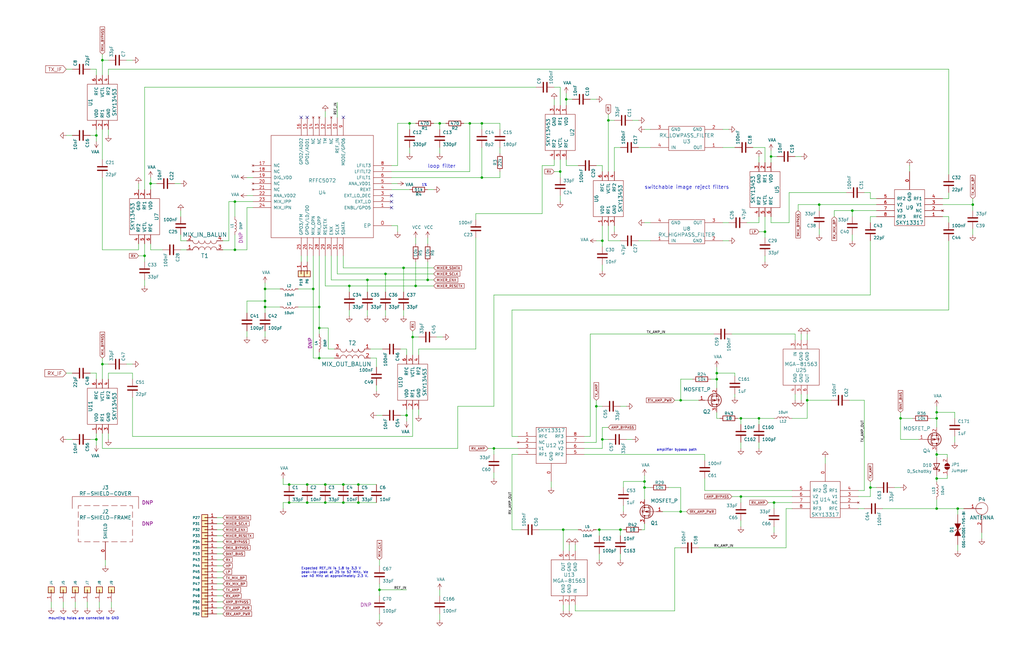
<source format=kicad_sch>
(kicad_sch (version 20211123) (generator eeschema)
  (paper "USLedger")
  (title_block (title "HackRF One") (date "2022-08-29") (rev "r9") (company "Copyright 2012-2022 Great Scott Gadgets") (comment 1 "Michael Ossmann") (comment 2 "Licensed under the CERN-OHL-P v2"))
  (junction (at 111.76 121.92))
  (junction (at 394.97 214.63))
  (junction (at 203.2 74.93))
  (junction (at 261.62 223.52))
  (junction (at 254 101.6))
  (junction (at 137.16 212.09))
  (junction (at 403.86 214.63))
  (junction (at 40.64 57.15))
  (junction (at 99.06 105.41))
  (junction (at 394.97 176.53))
  (junction (at 287.02 215.9))
  (junction (at 302.26 157.48))
  (junction (at 121.92 204.47))
  (junction (at 326.39 212.09))
  (junction (at 151.13 204.47))
  (junction (at 254 185.42))
  (junction (at 160.02 248.92))
  (junction (at 111.76 129.54))
  (junction (at 151.13 212.09))
  (junction (at 394.97 191.77))
  (junction (at 379.73 176.53))
  (junction (at 340.36 168.91))
  (junction (at 171.45 175.26))
  (junction (at 60.96 107.95))
  (junction (at 312.42 209.55))
  (junction (at 238.76 41.91))
  (junction (at 154.94 118.11))
  (junction (at 237.49 223.52))
  (junction (at 320.04 176.53))
  (junction (at 134.62 138.43))
  (junction (at 129.54 212.09))
  (junction (at 271.78 205.74))
  (junction (at 144.78 204.47))
  (junction (at 312.42 176.53))
  (junction (at 367.03 205.74))
  (junction (at 162.56 115.57))
  (junction (at 63.5 77.47))
  (junction (at 137.16 204.47))
  (junction (at 394.97 201.93))
  (junction (at 287.02 168.91))
  (junction (at 256.54 50.8))
  (junction (at 208.28 189.23))
  (junction (at 359.41 88.9))
  (junction (at 147.32 120.65))
  (junction (at 394.97 173.99))
  (junction (at 345.44 86.36))
  (junction (at 144.78 212.09))
  (junction (at 302.26 160.02))
  (junction (at 134.62 129.54))
  (junction (at 180.34 118.11))
  (junction (at 198.12 52.07))
  (junction (at 172.72 52.07))
  (junction (at 252.73 223.52))
  (junction (at 121.92 212.09))
  (junction (at 170.18 113.03))
  (junction (at 111.76 127))
  (junction (at 43.18 153.67))
  (junction (at 175.26 120.65))
  (junction (at 40.64 185.42))
  (junction (at 236.22 72.39))
  (junction (at 185.42 52.07))
  (junction (at 173.99 142.24))
  (junction (at 132.08 121.92))
  (junction (at 325.12 66.04))
  (junction (at 99.06 85.09))
  (junction (at 134.62 151.13))
  (junction (at 322.58 97.79))
  (junction (at 43.18 25.4))
  (junction (at 129.54 204.47))
  (junction (at 251.46 171.45))
  (junction (at 203.2 52.07))
  (junction (at 271.78 203.2))
  (junction (at 410.21 86.36))
  (no_connect (at 165.1 82.55))
  (no_connect (at 165.1 85.09))
  (no_connect (at 165.1 87.63))
  (no_connect (at 129.54 49.53))
  (no_connect (at 127 49.53))
  (no_connect (at 144.78 49.53))
  (wire (pts (xy 186.69 142.24) (xy 184.15 142.24)))
  (wire (pts (xy 129.54 204.47) (xy 137.16 204.47)))
  (wire (pts (xy 400.05 101.6) (xy 400.05 130.81)))
  (wire (pts (xy 139.7 118.11) (xy 154.94 118.11)))
  (wire (pts (xy 55.88 153.67) (xy 53.34 153.67)))
  (wire (pts (xy 173.99 142.24) (xy 173.99 149.86)))
  (wire (pts (xy 304.8 93.98) (xy 307.34 93.98)))
  (wire (pts (xy 27.94 57.15) (xy 30.48 57.15)))
  (wire (pts (xy 269.24 101.6) (xy 274.32 101.6)))
  (wire (pts (xy 383.54 69.85) (xy 383.54 72.39)))
  (wire (pts (xy 46.99 254) (xy 46.99 256.54)))
  (wire (pts (xy 312.42 212.09) (xy 312.42 209.55)))
  (wire (pts (xy 185.42 248.92) (xy 185.42 251.46)))
  (wire (pts (xy 394.97 173.99) (xy 394.97 176.53)))
  (wire (pts (xy 156.21 147.32) (xy 161.29 147.32)))
  (wire (pts (xy 331.47 214.63) (xy 334.01 214.63)))
  (wire (pts (xy 414.02 224.79) (xy 414.02 227.33)))
  (wire (pts (xy 367.03 91.44) (xy 369.57 91.44)))
  (wire (pts (xy 297.18 207.01) (xy 297.18 201.93)))
  (wire (pts (xy 111.76 121.92) (xy 111.76 127)))
  (wire (pts (xy 147.32 123.19) (xy 147.32 120.65)))
  (wire (pts (xy 312.42 176.53) (xy 320.04 176.53)))
  (wire (pts (xy 193.04 171.45) (xy 193.04 189.23)))
  (wire (pts (xy 91.44 231.14) (xy 93.98 231.14)))
  (wire (pts (xy 106.68 74.93) (xy 104.14 74.93)))
  (wire (pts (xy 400.05 130.81) (xy 215.9 130.81)))
  (wire (pts (xy 312.42 209.55) (xy 334.01 209.55)))
  (wire (pts (xy 322.58 68.58) (xy 322.58 62.23)))
  (wire (pts (xy 297.18 194.31) (xy 297.18 191.77)))
  (wire (pts (xy 147.32 133.35) (xy 147.32 130.81)))
  (wire (pts (xy 254 114.3) (xy 254 111.76)))
  (wire (pts (xy 237.49 223.52) (xy 243.84 223.52)))
  (wire (pts (xy 96.52 101.6) (xy 96.52 85.09)))
  (wire (pts (xy 60.96 107.95) (xy 60.96 110.49)))
  (wire (pts (xy 91.44 228.6) (xy 93.98 228.6)))
  (wire (pts (xy 261.62 101.6) (xy 256.54 101.6)))
  (wire (pts (xy 410.21 86.36) (xy 410.21 88.9)))
  (wire (pts (xy 154.94 133.35) (xy 154.94 130.81)))
  (wire (pts (xy 45.72 31.75) (xy 45.72 29.21)))
  (wire (pts (xy 185.42 54.61) (xy 185.42 52.07)))
  (wire (pts (xy 45.72 160.02) (xy 45.72 157.48)))
  (wire (pts (xy 121.92 212.09) (xy 129.54 212.09)))
  (wire (pts (xy 251.46 168.91) (xy 251.46 171.45)))
  (wire (pts (xy 262.89 203.2) (xy 262.89 205.74)))
  (wire (pts (xy 91.44 238.76) (xy 93.98 238.76)))
  (wire (pts (xy 176.53 149.86) (xy 176.53 147.32)))
  (wire (pts (xy 137.16 120.65) (xy 147.32 120.65)))
  (wire (pts (xy 326.39 212.09) (xy 334.01 212.09)))
  (wire (pts (xy 287.02 215.9) (xy 287.02 205.74)))
  (wire (pts (xy 302.26 160.02) (xy 299.72 160.02)))
  (wire (pts (xy 320.04 97.79) (xy 322.58 97.79)))
  (wire (pts (xy 176.53 147.32) (xy 200.66 147.32)))
  (wire (pts (xy 402.59 173.99) (xy 394.97 173.99)))
  (wire (pts (xy 175.26 100.33) (xy 175.26 102.87)))
  (wire (pts (xy 304.8 54.61) (xy 307.34 54.61)))
  (wire (pts (xy 331.47 231.14) (xy 331.47 214.63)))
  (wire (pts (xy 162.56 115.57) (xy 182.88 115.57)))
  (wire (pts (xy 172.72 64.77) (xy 172.72 62.23)))
  (wire (pts (xy 60.96 102.87) (xy 60.96 107.95)))
  (wire (pts (xy 158.75 175.26) (xy 161.29 175.26)))
  (wire (pts (xy 294.64 231.14) (xy 331.47 231.14)))
  (wire (pts (xy 104.14 127) (xy 104.14 132.08)))
  (wire (pts (xy 137.16 120.65) (xy 137.16 107.95)))
  (wire (pts (xy 359.41 101.6) (xy 359.41 99.06)))
  (wire (pts (xy 302.26 160.02) (xy 302.26 163.83)))
  (wire (pts (xy 340.36 176.53) (xy 334.01 176.53)))
  (wire (pts (xy 252.73 223.52) (xy 261.62 223.52)))
  (wire (pts (xy 334.01 207.01) (xy 297.18 207.01)))
  (wire (pts (xy 215.9 223.52) (xy 219.71 223.52)))
  (wire (pts (xy 144.78 212.09) (xy 151.13 212.09)))
  (wire (pts (xy 63.5 105.41) (xy 68.58 105.41)))
  (wire (pts (xy 287.02 160.02) (xy 287.02 168.91)))
  (wire (pts (xy 403.86 214.63) (xy 403.86 217.17)))
  (wire (pts (xy 173.99 184.15) (xy 55.88 184.15)))
  (wire (pts (xy 91.44 254) (xy 93.98 254)))
  (wire (pts (xy 171.45 175.26) (xy 171.45 177.8)))
  (wire (pts (xy 93.98 101.6) (xy 96.52 101.6)))
  (wire (pts (xy 138.43 138.43) (xy 134.62 138.43)))
  (wire (pts (xy 119.38 204.47) (xy 121.92 204.47)))
  (wire (pts (xy 91.44 246.38) (xy 93.98 246.38)))
  (wire (pts (xy 337.82 143.51) (xy 337.82 140.97)))
  (wire (pts (xy 251.46 223.52) (xy 252.73 223.52)))
  (wire (pts (xy 243.84 69.85) (xy 238.76 69.85)))
  (wire (pts (xy 63.5 74.93) (xy 63.5 77.47)))
  (wire (pts (xy 91.44 248.92) (xy 93.98 248.92)))
  (wire (pts (xy 55.88 25.4) (xy 53.34 25.4)))
  (wire (pts (xy 40.64 31.75) (xy 40.64 29.21)))
  (wire (pts (xy 262.89 215.9) (xy 262.89 213.36)))
  (wire (pts (xy 208.28 189.23) (xy 218.44 189.23)))
  (wire (pts (xy 45.72 25.4) (xy 43.18 25.4)))
  (wire (pts (xy 400.05 81.28) (xy 400.05 83.82)))
  (wire (pts (xy 58.42 107.95) (xy 60.96 107.95)))
  (wire (pts (xy 104.14 82.55) (xy 106.68 82.55)))
  (wire (pts (xy 160.02 238.76) (xy 160.02 236.22)))
  (wire (pts (xy 394.97 191.77) (xy 394.97 193.04)))
  (wire (pts (xy 364.49 207.01) (xy 361.95 207.01)))
  (wire (pts (xy 254 69.85) (xy 254 72.39)))
  (wire (pts (xy 142.24 115.57) (xy 162.56 115.57)))
  (wire (pts (xy 198.12 52.07) (xy 203.2 52.07)))
  (wire (pts (xy 162.56 133.35) (xy 162.56 130.81)))
  (wire (pts (xy 254 189.23) (xy 246.38 189.23)))
  (wire (pts (xy 40.64 57.15) (xy 40.64 59.69)))
  (wire (pts (xy 132.08 107.95) (xy 132.08 121.92)))
  (wire (pts (xy 40.64 29.21) (xy 38.1 29.21)))
  (wire (pts (xy 335.28 140.97) (xy 308.61 140.97)))
  (wire (pts (xy 394.97 200.66) (xy 394.97 201.93)))
  (wire (pts (xy 60.96 80.01) (xy 60.96 36.83)))
  (wire (pts (xy 144.78 204.47) (xy 151.13 204.47)))
  (wire (pts (xy 262.89 223.52) (xy 261.62 223.52)))
  (wire (pts (xy 91.44 241.3) (xy 93.98 241.3)))
  (wire (pts (xy 167.64 52.07) (xy 172.72 52.07)))
  (wire (pts (xy 307.34 101.6) (xy 304.8 101.6)))
  (wire (pts (xy 55.88 184.15) (xy 55.88 167.64)))
  (wire (pts (xy 137.16 204.47) (xy 144.78 204.47)))
  (wire (pts (xy 134.62 138.43) (xy 134.62 140.97)))
  (wire (pts (xy 21.59 254) (xy 21.59 256.54)))
  (wire (pts (xy 173.99 139.7) (xy 173.99 142.24)))
  (wire (pts (xy 195.58 52.07) (xy 198.12 52.07)))
  (wire (pts (xy 325.12 63.5) (xy 325.12 66.04)))
  (wire (pts (xy 144.78 113.03) (xy 170.18 113.03)))
  (wire (pts (xy 274.32 62.23) (xy 269.24 62.23)))
  (wire (pts (xy 125.73 121.92) (xy 132.08 121.92)))
  (wire (pts (xy 364.49 81.28) (xy 367.03 81.28)))
  (wire (pts (xy 147.32 120.65) (xy 175.26 120.65)))
  (wire (pts (xy 345.44 86.36) (xy 369.57 86.36)))
  (wire (pts (xy 91.44 233.68) (xy 93.98 233.68)))
  (wire (pts (xy 31.75 254) (xy 31.75 256.54)))
  (wire (pts (xy 91.44 243.84) (xy 93.98 243.84)))
  (wire (pts (xy 167.64 95.25) (xy 167.64 97.79)))
  (wire (pts (xy 203.2 52.07) (xy 210.82 52.07)))
  (wire (pts (xy 284.48 257.81) (xy 242.57 257.81)))
  (wire (pts (xy 91.44 259.08) (xy 93.98 259.08)))
  (wire (pts (xy 180.34 118.11) (xy 180.34 110.49)))
  (wire (pts (xy 351.79 91.44) (xy 351.79 88.9)))
  (wire (pts (xy 210.82 64.77) (xy 210.82 62.23)))
  (wire (pts (xy 246.38 184.15) (xy 248.92 184.15)))
  (wire (pts (xy 111.76 121.92) (xy 118.11 121.92)))
  (wire (pts (xy 99.06 85.09) (xy 106.68 85.09)))
  (wire (pts (xy 132.08 121.92) (xy 132.08 151.13)))
  (wire (pts (xy 379.73 176.53) (xy 379.73 185.42)))
  (wire (pts (xy 322.58 110.49) (xy 322.58 107.95)))
  (wire (pts (xy 111.76 127) (xy 111.76 129.54)))
  (wire (pts (xy 134.62 107.95) (xy 134.62 129.54)))
  (wire (pts (xy 205.74 189.23) (xy 208.28 189.23)))
  (wire (pts (xy 326.39 214.63) (xy 326.39 212.09)))
  (wire (pts (xy 326.39 224.79) (xy 326.39 222.25)))
  (wire (pts (xy 104.14 87.63) (xy 104.14 105.41)))
  (wire (pts (xy 91.44 256.54) (xy 93.98 256.54)))
  (wire (pts (xy 158.75 154.94) (xy 158.75 151.13)))
  (wire (pts (xy 261.62 223.52) (xy 261.62 226.06)))
  (wire (pts (xy 252.73 226.06) (xy 252.73 223.52)))
  (wire (pts (xy 254 101.6) (xy 254 104.14)))
  (wire (pts (xy 233.68 72.39) (xy 236.22 72.39)))
  (wire (pts (xy 254 180.34) (xy 254 185.42)))
  (wire (pts (xy 309.88 158.75) (xy 309.88 157.48)))
  (wire (pts (xy 193.04 189.23) (xy 43.18 189.23)))
  (wire (pts (xy 248.92 140.97) (xy 248.92 184.15)))
  (wire (pts (xy 160.02 248.92) (xy 160.02 251.46)))
  (wire (pts (xy 91.44 236.22) (xy 93.98 236.22)))
  (wire (pts (xy 119.38 204.47) (xy 119.38 201.93)))
  (wire (pts (xy 218.44 184.15) (xy 215.9 184.15)))
  (wire (pts (xy 63.5 102.87) (xy 63.5 105.41)))
  (wire (pts (xy 284.48 168.91) (xy 287.02 168.91)))
  (wire (pts (xy 237.49 232.41) (xy 237.49 223.52)))
  (wire (pts (xy 320.04 176.53) (xy 326.39 176.53)))
  (wire (pts (xy 402.59 186.69) (xy 402.59 184.15)))
  (wire (pts (xy 44.45 236.22) (xy 44.45 238.76)))
  (wire (pts (xy 172.72 80.01) (xy 165.1 80.01)))
  (wire (pts (xy 121.92 204.47) (xy 129.54 204.47)))
  (wire (pts (xy 118.11 129.54) (xy 111.76 129.54)))
  (wire (pts (xy 400.05 29.21) (xy 400.05 73.66)))
  (wire (pts (xy 314.96 93.98) (xy 320.04 93.98)))
  (wire (pts (xy 91.44 220.98) (xy 93.98 220.98)))
  (wire (pts (xy 76.2 77.47) (xy 73.66 77.47)))
  (wire (pts (xy 185.42 259.08) (xy 185.42 261.62)))
  (wire (pts (xy 284.48 257.81) (xy 284.48 231.14)))
  (wire (pts (xy 367.03 203.2) (xy 367.03 205.74)))
  (wire (pts (xy 27.94 29.21) (xy 30.48 29.21)))
  (wire (pts (xy 397.51 91.44) (xy 400.05 91.44)))
  (wire (pts (xy 208.28 171.45) (xy 208.28 124.46)))
  (wire (pts (xy 320.04 189.23) (xy 320.04 186.69)))
  (wire (pts (xy 160.02 246.38) (xy 160.02 248.92)))
  (wire (pts (xy 335.28 143.51) (xy 335.28 140.97)))
  (wire (pts (xy 175.26 120.65) (xy 175.26 110.49)))
  (wire (pts (xy 55.88 157.48) (xy 55.88 160.02)))
  (wire (pts (xy 111.76 129.54) (xy 111.76 132.08)))
  (wire (pts (xy 58.42 105.41) (xy 43.18 105.41)))
  (wire (pts (xy 43.18 151.13) (xy 43.18 153.67)))
  (wire (pts (xy 227.33 223.52) (xy 237.49 223.52)))
  (wire (pts (xy 27.94 157.48) (xy 30.48 157.48)))
  (wire (pts (xy 256.54 185.42) (xy 254 185.42)))
  (wire (pts (xy 111.76 119.38) (xy 111.76 121.92)))
  (wire (pts (xy 237.49 257.81) (xy 237.49 255.27)))
  (wire (pts (xy 251.46 69.85) (xy 254 69.85)))
  (wire (pts (xy 137.16 46.99) (xy 137.16 49.53)))
  (wire (pts (xy 26.67 254) (xy 26.67 256.54)))
  (wire (pts (xy 170.18 133.35) (xy 170.18 130.81)))
  (wire (pts (xy 320.04 66.04) (xy 320.04 68.58)))
  (wire (pts (xy 251.46 186.69) (xy 246.38 186.69)))
  (wire (pts (xy 271.78 223.52) (xy 271.78 220.98)))
  (wire (pts (xy 302.26 157.48) (xy 302.26 160.02)))
  (wire (pts (xy 99.06 91.44) (xy 99.06 85.09)))
  (wire (pts (xy 240.03 229.87) (xy 240.03 232.41)))
  (wire (pts (xy 165.1 72.39) (xy 198.12 72.39)))
  (wire (pts (xy 367.03 83.82) (xy 369.57 83.82)))
  (wire (pts (xy 345.44 99.06) (xy 345.44 96.52)))
  (wire (pts (xy 400.05 91.44) (xy 400.05 93.98)))
  (wire (pts (xy 351.79 88.9) (xy 359.41 88.9)))
  (wire (pts (xy 261.62 236.22) (xy 261.62 233.68)))
  (wire (pts (xy 91.44 223.52) (xy 93.98 223.52)))
  (wire (pts (xy 332.74 81.28) (xy 356.87 81.28)))
  (wire (pts (xy 125.73 129.54) (xy 134.62 129.54)))
  (wire (pts (xy 63.5 77.47) (xy 63.5 80.01)))
  (wire (pts (xy 358.14 168.91) (xy 364.49 168.91)))
  (wire (pts (xy 200.66 147.32) (xy 200.66 100.33)))
  (wire (pts (xy 167.64 77.47) (xy 165.1 77.47)))
  (wire (pts (xy 208.28 191.77) (xy 208.28 189.23)))
  (wire (pts (xy 359.41 88.9) (xy 369.57 88.9)))
  (wire (pts (xy 240.03 257.81) (xy 240.03 255.27)))
  (wire (pts (xy 369.57 205.74) (xy 367.03 205.74)))
  (wire (pts (xy 154.94 123.19) (xy 154.94 118.11)))
  (wire (pts (xy 271.78 205.74) (xy 271.78 210.82)))
  (wire (pts (xy 176.53 175.26) (xy 176.53 172.72)))
  (wire (pts (xy 40.64 182.88) (xy 40.64 185.42)))
  (wire (pts (xy 168.91 175.26) (xy 171.45 175.26)))
  (wire (pts (xy 160.02 248.92) (xy 171.45 248.92)))
  (wire (pts (xy 403.86 214.63) (xy 406.4 214.63)))
  (wire (pts (xy 165.1 74.93) (xy 203.2 74.93)))
  (wire (pts (xy 312.42 176.53) (xy 312.42 179.07)))
  (wire (pts (xy 264.16 171.45) (xy 261.62 171.45)))
  (wire (pts (xy 312.42 189.23) (xy 312.42 186.69)))
  (wire (pts (xy 236.22 44.45) (xy 236.22 36.83)))
  (wire (pts (xy 335.28 166.37) (xy 335.28 168.91)))
  (wire (pts (xy 38.1 57.15) (xy 40.64 57.15)))
  (wire (pts (xy 394.97 191.77) (xy 399.415 191.77)))
  (wire (pts (xy 171.45 147.32) (xy 171.45 149.86)))
  (wire (pts (xy 104.14 142.24) (xy 104.14 139.7)))
  (wire (pts (xy 259.08 50.8) (xy 256.54 50.8)))
  (wire (pts (xy 36.83 254) (xy 36.83 256.54)))
  (wire (pts (xy 43.18 25.4) (xy 43.18 31.75)))
  (wire (pts (xy 45.72 182.88) (xy 45.72 185.42)))
  (wire (pts (xy 43.18 189.23) (xy 43.18 182.88)))
  (wire (pts (xy 228.6 90.17) (xy 228.6 69.85)))
  (wire (pts (xy 76.2 105.41) (xy 78.74 105.41)))
  (wire (pts (xy 271.78 203.2) (xy 271.78 205.74)))
  (wire (pts (xy 170.18 123.19) (xy 170.18 113.03)))
  (wire (pts (xy 165.1 95.25) (xy 167.64 95.25)))
  (wire (pts (xy 402.59 176.53) (xy 402.59 173.99)))
  (wire (pts (xy 309.88 167.64) (xy 309.88 166.37)))
  (wire (pts (xy 394.97 171.45) (xy 394.97 173.99)))
  (wire (pts (xy 410.21 83.82) (xy 410.21 86.36)))
  (wire (pts (xy 119.38 212.09) (xy 121.92 212.09)))
  (wire (pts (xy 397.51 86.36) (xy 410.21 86.36)))
  (wire (pts (xy 367.03 124.46) (xy 367.03 101.6)))
  (wire (pts (xy 361.95 214.63) (xy 364.49 214.63)))
  (wire (pts (xy 119.38 212.09) (xy 119.38 214.63)))
  (wire (pts (xy 139.7 118.11) (xy 139.7 107.95)))
  (wire (pts (xy 236.22 67.31) (xy 236.22 72.39)))
  (wire (pts (xy 367.03 81.28) (xy 367.03 83.82)))
  (wire (pts (xy 302.26 173.99) (xy 302.26 176.53)))
  (wire (pts (xy 91.44 226.06) (xy 93.98 226.06)))
  (wire (pts (xy 320.04 93.98) (xy 320.04 91.44)))
  (wire (pts (xy 336.55 88.9) (xy 336.55 86.36)))
  (wire (pts (xy 203.2 52.07) (xy 203.2 54.61)))
  (wire (pts (xy 287.02 215.9) (xy 289.56 215.9)))
  (wire (pts (xy 312.42 222.25) (xy 312.42 219.71)))
  (wire (pts (xy 350.52 168.91) (xy 340.36 168.91)))
  (wire (pts (xy 266.7 185.42) (xy 264.16 185.42)))
  (wire (pts (xy 228.6 69.85) (xy 233.68 69.85)))
  (wire (pts (xy 60.96 120.65) (xy 60.96 118.11)))
  (wire (pts (xy 91.44 251.46) (xy 93.98 251.46)))
  (wire (pts (xy 198.12 72.39) (xy 198.12 52.07)))
  (wire (pts (xy 345.44 88.9) (xy 345.44 86.36)))
  (wire (pts (xy 236.22 72.39) (xy 236.22 74.93)))
  (wire (pts (xy 236.22 85.09) (xy 236.22 82.55)))
  (wire (pts (xy 359.41 91.44) (xy 359.41 88.9)))
  (wire (pts (xy 332.74 93.98) (xy 325.12 93.98)))
  (wire (pts (xy 297.18 191.77) (xy 246.38 191.77)))
  (wire (pts (xy 154.94 118.11) (xy 180.34 118.11)))
  (wire (pts (xy 41.91 254) (xy 41.91 256.54)))
  (wire (pts (xy 200.66 90.17) (xy 228.6 90.17)))
  (wire (pts (xy 78.74 101.6) (xy 76.2 101.6)))
  (wire (pts (xy 302.26 176.53) (xy 303.53 176.53)))
  (wire (pts (xy 367.03 209.55) (xy 361.95 209.55)))
  (wire (pts (xy 394.97 176.53) (xy 392.43 176.53)))
  (wire (pts (xy 200.66 92.71) (xy 200.66 90.17)))
  (wire (pts (xy 367.03 93.98) (xy 367.03 91.44)))
  (wire (pts (xy 176.53 142.24) (xy 173.99 142.24)))
  (wire (pts (xy 379.73 185.42) (xy 387.35 185.42)))
  (wire (pts (xy 233.68 69.85) (xy 233.68 67.31)))
  (wire (pts (xy 60.96 36.83) (xy 226.06 36.83)))
  (wire (pts (xy 322.58 97.79) (xy 322.58 100.33)))
  (wire (pts (xy 215.9 130.81) (xy 215.9 184.15)))
  (wire (pts (xy 287.02 205.74) (xy 281.94 205.74)))
  (wire (pts (xy 134.62 148.59) (xy 134.62 151.13)))
  (wire (pts (xy 340.36 166.37) (xy 340.36 168.91)))
  (wire (pts (xy 322.58 62.23) (xy 317.5 62.23)))
  (wire (pts (xy 292.1 160.02) (xy 287.02 160.02)))
  (wire (pts (xy 134.62 129.54) (xy 134.62 138.43)))
  (wire (pts (xy 43.18 67.31) (xy 43.18 54.61)))
  (wire (pts (xy 172.72 52.07) (xy 175.26 52.07)))
  (wire (pts (xy 271.78 200.66) (xy 271.78 203.2)))
  (wire (pts (xy 287.02 168.91) (xy 294.64 168.91)))
  (wire (pts (xy 394.97 190.5) (xy 394.97 191.77)))
  (wire (pts (xy 58.42 77.47) (xy 58.42 80.01)))
  (wire (pts (xy 242.57 257.81) (xy 242.57 255.27)))
  (wire (pts (xy 170.18 113.03) (xy 182.88 113.03)))
  (wire (pts (xy 185.42 64.77) (xy 185.42 62.23)))
  (wire (pts (xy 323.85 212.09) (xy 326.39 212.09)))
  (wire (pts (xy 38.1 185.42) (xy 40.64 185.42)))
  (wire (pts (xy 182.88 52.07) (xy 185.42 52.07)))
  (wire (pts (xy 269.24 50.8) (xy 266.7 50.8)))
  (wire (pts (xy 308.61 209.55) (xy 312.42 209.55)))
  (wire (pts (xy 66.04 77.47) (xy 63.5 77.47)))
  (wire (pts (xy 394.97 214.63) (xy 403.86 214.63)))
  (wire (pts (xy 185.42 52.07) (xy 187.96 52.07)))
  (wire (pts (xy 208.28 201.93) (xy 208.28 199.39)))
  (wire (pts (xy 394.97 176.53) (xy 394.97 180.34)))
  (wire (pts (xy 218.44 191.77) (xy 215.9 191.77)))
  (wire (pts (xy 40.64 185.42) (xy 40.64 187.96)))
  (wire (pts (xy 175.26 120.65) (xy 182.88 120.65)))
  (wire (pts (xy 208.28 124.46) (xy 367.03 124.46)))
  (wire (pts (xy 162.56 123.19) (xy 162.56 115.57)))
  (wire (pts (xy 320.04 179.07) (xy 320.04 176.53)))
  (wire (pts (xy 127 107.95) (xy 127 110.49)))
  (wire (pts (xy 38.1 157.48) (xy 40.64 157.48)))
  (wire (pts (xy 340.36 168.91) (xy 340.36 176.53)))
  (wire (pts (xy 138.43 147.32) (xy 140.97 147.32)))
  (wire (pts (xy 364.49 168.91) (xy 364.49 207.01)))
  (wire (pts (xy 76.2 101.6) (xy 76.2 99.06)))
  (wire (pts (xy 106.68 87.63) (xy 104.14 87.63)))
  (wire (pts (xy 379.73 173.99) (xy 379.73 176.53)))
  (wire (pts (xy 302.26 154.94) (xy 302.26 157.48)))
  (wire (pts (xy 399.415 201.93) (xy 399.415 200.66)))
  (wire (pts (xy 129.54 110.49) (xy 129.54 107.95)))
  (wire (pts (xy 394.97 201.93) (xy 394.97 203.2)))
  (wire (pts (xy 137.16 212.09) (xy 144.78 212.09)))
  (wire (pts (xy 91.44 218.44) (xy 93.98 218.44)))
  (wire (pts (xy 256.54 50.8) (xy 256.54 72.39)))
  (wire (pts (xy 271.78 54.61) (xy 274.32 54.61)))
  (wire (pts (xy 215.9 191.77) (xy 215.9 223.52)))
  (wire (pts (xy 312.42 176.53) (xy 311.15 176.53)))
  (wire (pts (xy 134.62 151.13) (xy 140.97 151.13)))
  (wire (pts (xy 43.18 22.86) (xy 43.18 25.4)))
  (wire (pts (xy 27.94 185.42) (xy 30.48 185.42)))
  (wire (pts (xy 337.82 66.04) (xy 335.28 66.04)))
  (wire (pts (xy 279.4 215.9) (xy 287.02 215.9)))
  (wire (pts (xy 203.2 74.93) (xy 210.82 74.93)))
  (wire (pts (xy 309.88 157.48) (xy 302.26 157.48)))
  (wire (pts (xy 76.2 88.9) (xy 76.2 91.44)))
  (wire (pts (xy 251.46 171.45) (xy 251.46 186.69)))
  (wire (pts (xy 259.08 97.79) (xy 259.08 95.25)))
  (wire (pts (xy 43.18 74.93) (xy 43.18 105.41)))
  (wire (pts (xy 325.12 66.04) (xy 325.12 68.58)))
  (wire (pts (xy 142.24 43.18) (xy 142.24 49.53)))
  (wire (pts (xy 158.75 165.1) (xy 158.75 162.56)))
  (wire (pts (xy 236.22 36.83) (xy 233.68 36.83)))
  (wire (pts (xy 394.97 210.82) (xy 394.97 214.63)))
  (wire (pts (xy 180.34 118.11) (xy 182.88 118.11)))
  (wire (pts (xy 394.97 201.93) (xy 399.415 201.93)))
  (wire (pts (xy 340.36 140.97) (xy 340.36 143.51)))
  (wire (pts (xy 384.81 176.53) (xy 379.73 176.53)))
  (wire (pts (xy 337.82 168.91) (xy 337.82 166.37)))
  (wire (pts (xy 158.75 151.13) (xy 156.21 151.13)))
  (wire (pts (xy 327.66 66.04) (xy 325.12 66.04)))
  (wire (pts (xy 332.74 93.98) (xy 332.74 81.28)))
  (wire (pts (xy 271.78 93.98) (xy 274.32 93.98)))
  (wire (pts (xy 111.76 142.24) (xy 111.76 139.7)))
  (wire (pts (xy 167.64 69.85) (xy 167.64 52.07)))
  (wire (pts (xy 254 95.25) (xy 254 101.6)))
  (wire (pts (xy 45.72 157.48) (xy 55.88 157.48)))
  (wire (pts (xy 142.24 115.57) (xy 142.24 107.95)))
  (wire (pts (xy 251.46 41.91) (xy 248.92 41.91)))
  (wire (pts (xy 182.88 80.01) (xy 180.34 80.01)))
  (wire (pts (xy 132.08 151.13) (xy 134.62 151.13)))
  (wire (pts (xy 400.05 83.82) (xy 397.51 83.82)))
  (wire (pts (xy 171.45 172.72) (xy 171.45 175.26)))
  (wire (pts (xy 58.42 102.87) (xy 58.42 105.41)))
  (wire (pts (xy 367.03 205.74) (xy 367.03 209.55)))
  (wire (pts (xy 45.72 153.67) (xy 43.18 153.67)))
  (wire (pts (xy 262.89 203.2) (xy 271.78 203.2)))
  (wire (pts (xy 322.58 91.44) (xy 322.58 97.79)))
  (wire (pts (xy 99.06 105.41) (xy 93.98 105.41)))
  (wire (pts (xy 233.68 41.91) (xy 233.68 44.45)))
  (wire (pts (xy 252.73 236.22) (xy 252.73 233.68)))
  (wire (pts (xy 238.76 41.91) (xy 238.76 44.45)))
  (wire (pts (xy 99.06 99.06) (xy 99.06 105.41)))
  (wire (pts (xy 261.62 62.23) (xy 259.08 62.23)))
  (wire (pts (xy 256.54 101.6) (xy 256.54 95.25)))
  (wire (pts (xy 251.46 101.6) (xy 254 101.6)))
  (wire (pts (xy 347.98 193.04) (xy 347.98 195.58)))
  (wire (pts (xy 172.72 54.61) (xy 172.72 52.07)))
  (wire (pts (xy 379.73 205.74) (xy 377.19 205.74)))
  (wire (pts (xy 40.64 157.48) (xy 40.64 160.02)))
  (wire (pts (xy 210.82 52.07) (xy 210.82 54.61)))
  (wire (pts (xy 168.91 147.32) (xy 171.45 147.32)))
  (wire (pts (xy 284.48 231.14) (xy 287.02 231.14)))
  (wire (pts (xy 173.99 172.72) (xy 173.99 184.15)))
  (wire (pts (xy 259.08 62.23) (xy 259.08 72.39)))
  (wire (pts (xy 270.51 223.52) (xy 271.78 223.52)))
  (wire (pts (xy 144.78 113.03) (xy 144.78 107.95)))
  (wire (pts (xy 403.86 232.41) (xy 403.86 229.87)))
  (wire (pts (xy 203.2 62.23) (xy 203.2 74.93)))
  (wire (pts (xy 45.72 29.21) (xy 400.05 29.21)))
  (wire (pts (xy 372.11 214.63) (xy 394.97 214.63)))
  (wire (pts (xy 300.99 140.97) (xy 248.92 140.97)))
  (wire (pts (xy 254 171.45) (xy 251.46 171.45)))
  (wire (pts (xy 208.28 171.45) (xy 193.04 171.45)))
  (wire (pts (xy 151.13 212.09) (xy 158.75 212.09)))
  (wire (pts (xy 325.12 93.98) (xy 325.12 91.44)))
  (wire (pts (xy 309.88 62.23) (xy 304.8 62.23)))
  (wire (pts (xy 242.57 229.87) (xy 242.57 232.41)))
  (wire (pts (xy 238.76 69.85) (xy 238.76 67.31)))
  (wire (pts (xy 151.13 204.47) (xy 158.75 204.47)))
  (wire (pts (xy 410.21 99.06) (xy 410.21 96.52)))
  (wire (pts (xy 271.78 205.74) (xy 274.32 205.74)))
  (wire (pts (xy 238.76 39.37) (xy 238.76 41.91)))
  (wire (pts (xy 256.54 180.34) (xy 254 180.34)))
  (wire (pts (xy 40.64 54.61) (xy 40.64 57.15)))
  (wire (pts (xy 43.18 153.67) (xy 43.18 160.02)))
  (wire (pts (xy 210.82 74.93) (xy 210.82 72.39)))
  (wire (pts (xy 45.72 57.15) (xy 45.72 54.61)))
  (wire (pts (xy 160.02 261.62) (xy 160.02 259.08)))
  (wire (pts (xy 336.55 86.36) (xy 345.44 86.36)))
  (wire (pts (xy 96.52 85.09) (xy 99.06 85.09)))
  (wire (pts (xy 165.1 69.85) (xy 167.64 69.85)))
  (wire (pts (xy 129.54 212.09) (xy 137.16 212.09)))
  (wire (pts (xy 138.43 147.32) (xy 138.43 138.43)))
  (wire (pts (xy 180.34 100.33) (xy 180.34 102.87)))
  (wire (pts (xy 254 185.42) (xy 254 189.23)))
  (wire (pts (xy 241.3 41.91) (xy 238.76 41.91)))
  (wire (pts (xy 104.14 105.41) (xy 99.06 105.41)))
  (wire (pts (xy 111.76 127) (xy 104.14 127)))
  (wire (pts (xy 256.54 48.26) (xy 256.54 50.8)))
  (wire (pts (xy 399.415 191.77) (xy 399.415 193.04)))
  (wire (pts (xy 232.41 205.74) (xy 232.41 203.2)))
  (text "mounting holes are connected to GND" (at 20.32 261.62 0) (effects (font (size 1.016 1.016)) (justify left bottom)))
  (text "Expected REF_IN is 1.8 to 3.3 V\npeak-to-peak at 25 to 52 MHz. We\nuse 40 MHz at approximately 2.3 V." (at 127 243.84 0) (effects (font (size 1.016 1.016)) (justify left bottom)))
  (text "switchable image reject filters" (at 271.78 80.01 0) (effects (font (size 1.524 1.524)) (justify left bottom)))
  (text "1%" (at 177.8 78.74 0) (effects (font (size 1.016 1.016)) (justify left bottom)))
  (text "amplifier bypass path" (at 276.86 190.5 0) (effects (font (size 1.016 1.016)) (justify left bottom)))
  (text "loop filter" (at 180.34 71.12 0) (effects (font (size 1.524 1.524)) (justify left bottom)))
  (label "TX_AMP_OUT" (at 364.49 186.69 90) (effects (font (size 1.016 1.016))))
  (label "REF_IN" (at 171.45 248.92 180) (effects (font (size 1.016 1.016))))
  (label "TX_AMP_IN" (at 280.67 140.97 180) (effects (font (size 1.016 1.016))))
  (label "REF_IN" (at 142.24 43.18 270) (effects (font (size 1.016 1.016))))
  (label "RX_AMP_OUT" (at 215.9 217.17 90) (effects (font (size 1.016 1.016))))
  (label "RX_AMP_IN" (at 300.99 231.14 0) (effects (font (size 1.016 1.016))))
  (global_label "RX_AMP" (shape input) (at 93.98 251.46 0) (effects (font (size 1.016 1.016))) (property "Intersheet References" "${INTERSHEET_REFS}" (effects hide)))
  (global_label "TX_MIX_BP" (shape input) (at 93.98 243.84 0) (effects (font (size 1.016 1.016))) (property "Intersheet References" "${INTERSHEET_REFS}" (effects hide)))
  (global_label "!TX_AMP_PWR" (shape input) (at 284.48 168.91 180) (effects (font (size 1.016 1.016))) (property "Intersheet References" "${INTERSHEET_REFS}" (effects hide)))
  (global_label "AMP_BYPASS" (shape input) (at 93.98 254 0) (effects (font (size 1.016 1.016))) (property "Intersheet References" "${INTERSHEET_REFS}" (effects hide)))
  (global_label "RX" (shape input) (at 93.98 236.22 0) (effects (font (size 1.016 1.016))) (property "Intersheet References" "${INTERSHEET_REFS}" (effects hide)))
  (global_label "MIXER_SCLK" (shape input) (at 182.88 115.57 0) (effects (font (size 1.016 1.016))) (property "Intersheet References" "${INTERSHEET_REFS}" (effects hide)))
  (global_label "HP" (shape input) (at 93.98 238.76 0) (effects (font (size 1.016 1.016))) (property "Intersheet References" "${INTERSHEET_REFS}" (effects hide)))
  (global_label "RX" (shape input) (at 233.68 72.39 180) (effects (font (size 1.016 1.016))) (property "Intersheet References" "${INTERSHEET_REFS}" (effects hide)))
  (global_label "HP" (shape input) (at 256.54 48.26 90) (effects (font (size 1.016 1.016))) (property "Intersheet References" "${INTERSHEET_REFS}" (effects hide)))
  (global_label "RX_MIX_BP" (shape input) (at 351.79 91.44 270) (effects (font (size 1.016 1.016))) (property "Intersheet References" "${INTERSHEET_REFS}" (effects hide)))
  (global_label "LP" (shape input) (at 320.04 97.79 180) (effects (font (size 1.016 1.016))) (property "Intersheet References" "${INTERSHEET_REFS}" (effects hide)))
  (global_label "!ANT_BIAS" (shape input) (at 93.98 233.68 0) (effects (font (size 1.016 1.016))) (property "Intersheet References" "${INTERSHEET_REFS}" (effects hide)))
  (global_label "TX_IF" (shape input) (at 27.94 29.21 180) (effects (font (size 1.524 1.524))) (property "Intersheet References" "${INTERSHEET_REFS}" (effects hide)))
  (global_label "MIXER_RESETX" (shape input) (at 182.88 120.65 0) (effects (font (size 1.016 1.016))) (property "Intersheet References" "${INTERSHEET_REFS}" (effects hide)))
  (global_label "MIXER_SCLK" (shape input) (at 93.98 220.98 0) (effects (font (size 1.016 1.016))) (property "Intersheet References" "${INTERSHEET_REFS}" (effects hide)))
  (global_label "!MIX_BYPASS" (shape input) (at 336.55 88.9 270) (effects (font (size 1.016 1.016))) (property "Intersheet References" "${INTERSHEET_REFS}" (effects hide)))
  (global_label "AMP_BYPASS" (shape input) (at 256.54 180.34 0) (effects (font (size 1.016 1.016))) (property "Intersheet References" "${INTERSHEET_REFS}" (effects hide)))
  (global_label "MIX_BYPASS" (shape input) (at 93.98 228.6 0) (effects (font (size 1.016 1.016))) (property "Intersheet References" "${INTERSHEET_REFS}" (effects hide)))
  (global_label "RX_AMP" (shape input) (at 205.74 189.23 180) (effects (font (size 1.016 1.016))) (property "Intersheet References" "${INTERSHEET_REFS}" (effects hide)))
  (global_label "RX" (shape input) (at 58.42 107.95 180) (effects (font (size 1.016 1.016))) (property "Intersheet References" "${INTERSHEET_REFS}" (effects hide)))
  (global_label "!RX_AMP_PWR" (shape input) (at 93.98 259.08 0) (effects (font (size 1.016 1.016))) (property "Intersheet References" "${INTERSHEET_REFS}" (effects hide)))
  (global_label "!TX_AMP_PWR" (shape input) (at 93.98 256.54 0) (effects (font (size 1.016 1.016))) (property "Intersheet References" "${INTERSHEET_REFS}" (effects hide)))
  (global_label "MIX_CLK" (shape input) (at 160.02 236.22 90) (effects (font (size 1.016 1.016))) (property "Intersheet References" "${INTERSHEET_REFS}" (effects hide)))
  (global_label "RX_IF" (shape input) (at 27.94 157.48 180) (effects (font (size 1.524 1.524))) (property "Intersheet References" "${INTERSHEET_REFS}" (effects hide)))
  (global_label "TX_AMP" (shape input) (at 251.46 168.91 90) (effects (font (size 1.016 1.016))) (property "Intersheet References" "${INTERSHEET_REFS}" (effects hide)))
  (global_label "MIXER_ENX" (shape input) (at 93.98 223.52 0) (effects (font (size 1.016 1.016))) (property "Intersheet References" "${INTERSHEET_REFS}" (effects hide)))
  (global_label "MIXER_RESETX" (shape input) (at 93.98 226.06 0) (effects (font (size 1.016 1.016))) (property "Intersheet References" "${INTERSHEET_REFS}" (effects hide)))
  (global_label "LP" (shape input) (at 93.98 241.3 0) (effects (font (size 1.016 1.016))) (property "Intersheet References" "${INTERSHEET_REFS}" (effects hide)))
  (global_label "AMP_BYPASS" (shape input) (at 308.61 209.55 180) (effects (font (size 1.016 1.016))) (property "Intersheet References" "${INTERSHEET_REFS}" (effects hide)))
  (global_label "MIX_BYPASS" (shape input) (at 43.18 151.13 90) (effects (font (size 1.016 1.016))) (property "Intersheet References" "${INTERSHEET_REFS}" (effects hide)))
  (global_label "MIXER_SDATA" (shape input) (at 182.88 113.03 0) (effects (font (size 1.016 1.016))) (property "Intersheet References" "${INTERSHEET_REFS}" (effects hide)))
  (global_label "TX_AMP" (shape input) (at 93.98 248.92 0) (effects (font (size 1.016 1.016))) (property "Intersheet References" "${INTERSHEET_REFS}" (effects hide)))
  (global_label "MIXER_SDATA" (shape input) (at 93.98 218.44 0) (effects (font (size 1.016 1.016))) (property "Intersheet References" "${INTERSHEET_REFS}" (effects hide)))
  (global_label "TX_AMP" (shape input) (at 367.03 203.2 90) (effects (font (size 1.016 1.016))) (property "Intersheet References" "${INTERSHEET_REFS}" (effects hide)))
  (global_label "!ANT_BIAS" (shape input) (at 379.73 173.99 90) (effects (font (size 1.016 1.016))) (property "Intersheet References" "${INTERSHEET_REFS}" (effects hide)))
  (global_label "!MIX_BYPASS" (shape input) (at 43.18 22.86 90) (effects (font (size 1.016 1.016))) (property "Intersheet References" "${INTERSHEET_REFS}" (effects hide)))
  (global_label "!MIX_BYPASS" (shape input) (at 93.98 231.14 0) (effects (font (size 1.016 1.016))) (property "Intersheet References" "${INTERSHEET_REFS}" (effects hide)))
  (global_label "!RX_AMP_PWR" (shape input) (at 289.56 215.9 0) (effects (font (size 1.016 1.016))) (property "Intersheet References" "${INTERSHEET_REFS}" (effects hide)))
  (global_label "TX_MIX_BP" (shape input) (at 410.21 83.82 90) (effects (font (size 1.016 1.016))) (property "Intersheet References" "${INTERSHEET_REFS}" (effects hide)))
  (global_label "RX_MIX_BP" (shape input) (at 93.98 246.38 0) (effects (font (size 1.016 1.016))) (property "Intersheet References" "${INTERSHEET_REFS}" (effects hide)))
  (global_label "RX" (shape input) (at 173.99 139.7 90) (effects (font (size 1.016 1.016))) (property "Intersheet References" "${INTERSHEET_REFS}" (effects hide)))
  (global_label "MIXER_ENX" (shape input) (at 182.88 118.11 0) (effects (font (size 1.016 1.016))) (property "Intersheet References" "${INTERSHEET_REFS}" (effects hide)))
  (global_label "RX_AMP" (shape input) (at 323.85 212.09 180) (effects (font (size 1.016 1.016))) (property "Intersheet References" "${INTERSHEET_REFS}" (effects hide)))
  (symbol (lib_id "hackrf:GSG-RF-CONN") (at 414.02 214.63 0) (mirror y) (unit 1)
    (property "Reference" "P4" (at 414.02 210.82 0) (effects (font (size 1.524 1.524))))
    (property "Value" "ANTENNA" (at 414.02 218.44 0) (effects (font (size 1.524 1.524))))
    (property "Footprint" "hackrf:GSG-SMA-73251-2120" (effects hide))
    (property "Manufacturer" "Molex" (effects hide))
    (property "Part Number" "73251-2121" (effects hide))
    (property "Description" "CONN SMA JACK 50 OHM EDGE MNT W/JAM NUT & LOCK WASHER" (effects hide))
  )
  (symbol (lib_id "hackrf:FIL-DEA") (at 289.56 97.79 0) (unit 1)
    (property "Reference" "U8" (at 289.56 96.52 0) (effects (font (size 1.524 1.524))))
    (property "Value" "RX_HIGHPASS_FILTER" (at 289.56 99.06 0) (effects (font (size 1.524 1.524))))
    (property "Footprint" "hackrf:GSG-HP-DEA" (effects hide))
    (property "Manufacturer" "TDK" (effects hide))
    (property "Part Number" "DEA162400HT-8004B1" (effects hide))
    (property "Description" "FILTER HIGHPASS WLAN&BLUETOOTH" (effects hide))
  )
  (symbol (lib_id "hackrf:FIL-LP0603") (at 289.56 58.42 180) (unit 1)
    (property "Reference" "U3" (at 289.56 59.69 0) (effects (font (size 1.524 1.524))))
    (property "Value" "RX_LOWPASS_FILTER" (at 289.56 57.15 0) (effects (font (size 1.524 1.524))))
    (property "Footprint" "hackrf:GSG-LP0603" (effects hide))
    (property "Manufacturer" "AVX" (effects hide))
    (property "Part Number" "LP0603A1880ANTR" (effects hide))
    (property "Description" "FILTER LOW PASS 1880MHZ 0603 SMD" (effects hide))
  )
  (symbol (lib_id "power:GND") (at 158.75 165.1 0) (unit 1)
    (property "Reference" "#PWR079" (effects hide))
    (property "Value" "GND" (effects hide))
  )
  (symbol (lib_id "Device:C") (at 254 107.95 0) (unit 1)
    (property "Reference" "C30" (at 255.27 105.41 0) (effects (justify left)))
    (property "Value" "10nF" (at 255.27 110.49 0) (effects (justify left)))
    (property "Footprint" "hackrf:GSG-0402" (effects hide))
    (property "Manufacturer" "Samsung" (effects hide))
    (property "Part Number" "CL05B103KB5NNNC" (effects hide))
    (property "Description" "CAP CER 10000PF 50V 10% X7R 0402" (effects hide))
  )
  (symbol (lib_id "power:GND") (at 254 114.3 0) (unit 1)
    (property "Reference" "#PWR077" (effects hide))
    (property "Value" "GND" (effects hide))
  )
  (symbol (lib_id "power:GND") (at 307.34 101.6 90) (unit 1)
    (property "Reference" "#PWR076" (effects hide))
    (property "Value" "GND" (effects hide))
  )
  (symbol (lib_id "power:GND") (at 307.34 54.61 90) (unit 1)
    (property "Reference" "#PWR075" (effects hide))
    (property "Value" "GND" (effects hide))
  )
  (symbol (lib_id "power:GND") (at 271.78 54.61 270) (unit 1)
    (property "Reference" "#PWR074" (effects hide))
    (property "Value" "GND" (effects hide))
  )
  (symbol (lib_id "power:GND") (at 271.78 93.98 270) (unit 1)
    (property "Reference" "#PWR073" (effects hide))
    (property "Value" "GND" (effects hide))
  )
  (symbol (lib_id "Device:C") (at 311.15 93.98 90) (unit 1)
    (property "Reference" "C26" (at 308.61 92.71 0) (effects (justify left)))
    (property "Value" "47pF" (at 313.69 92.71 0) (effects (justify left)))
    (property "Footprint" "hackrf:GSG-0402" (effects hide))
    (property "Manufacturer" "Samsung" (effects hide))
    (property "Part Number" "CL05C470JB5NNNC" (effects hide))
    (property "Description" "CAP CER 47PF 50V 5% C0G/NP0 0402" (effects hide))
  )
  (symbol (lib_id "power:GND") (at 414.02 227.33 0) (unit 1)
    (property "Reference" "#PWR072" (effects hide))
    (property "Value" "GND" (effects hide))
  )
  (symbol (lib_id "Device:C") (at 111.76 135.89 0) (unit 1)
    (property "Reference" "C42" (at 113.03 133.35 0) (effects (justify left)))
    (property "Value" "100pF" (at 113.03 138.43 0) (effects (justify left)))
    (property "Footprint" "hackrf:GSG-0402" (effects hide))
    (property "Manufacturer" "Samsung" (effects hide))
    (property "Part Number" "CL05C101JB5NNNC" (effects hide))
    (property "Description" "CAP CER 100PF 50V 5% C0G/NP0 0402" (effects hide))
  )
  (symbol (lib_id "power:GND") (at 111.76 142.24 0) (unit 1)
    (property "Reference" "#PWR071" (effects hide))
    (property "Value" "GND" (effects hide))
  )
  (symbol (lib_id "Device:C") (at 172.72 58.42 0) (unit 1)
    (property "Reference" "C12" (at 173.99 55.88 0) (effects (justify left)))
    (property "Value" "330pF" (at 173.99 60.96 0) (effects (justify left)))
    (property "Footprint" "hackrf:GSG-0402" (effects hide))
    (property "Manufacturer" "Samsung" (effects hide))
    (property "Part Number" "CL05C331JB5NNNC" (effects hide))
    (property "Description" "CAP CER 330PF 50V 5% C0G/NP0 0402" (effects hide))
  )
  (symbol (lib_id "Device:R") (at 179.07 52.07 270) (unit 1)
    (property "Reference" "R1" (at 179.07 54.102 90))
    (property "Value" "470" (at 179.07 52.07 90))
    (property "Footprint" "hackrf:GSG-0402" (effects hide))
    (property "Manufacturer" "Stackpole" (effects hide))
    (property "Part Number" "RMCF0402JT470R" (effects hide))
    (property "Description" "RES TF 1/16W 470 OHM 5% 0402" (effects hide))
  )
  (symbol (lib_id "Device:C") (at 185.42 58.42 0) (unit 1)
    (property "Reference" "C13" (at 186.69 55.88 0) (effects (justify left)))
    (property "Value" "330pF" (at 186.69 60.96 0) (effects (justify left)))
    (property "Footprint" "hackrf:GSG-0402" (effects hide))
    (property "Manufacturer" "Samsung" (effects hide))
    (property "Part Number" "CL05C331JB5NNNC" (effects hide))
    (property "Description" "CAP CER 330PF 50V 5% C0G/NP0 0402" (effects hide))
  )
  (symbol (lib_id "Device:R") (at 191.77 52.07 270) (unit 1)
    (property "Reference" "R2" (at 191.77 54.102 90))
    (property "Value" "470" (at 191.77 52.07 90))
    (property "Footprint" "hackrf:GSG-0402" (effects hide))
    (property "Manufacturer" "Stackpole" (effects hide))
    (property "Part Number" "RMCF0402JT470R" (effects hide))
    (property "Description" "RES TF 1/16W 470 OHM 5% 0402" (effects hide))
  )
  (symbol (lib_id "power:GND") (at 172.72 64.77 0) (unit 1)
    (property "Reference" "#PWR070" (effects hide))
    (property "Value" "GND" (effects hide))
  )
  (symbol (lib_id "power:GND") (at 185.42 64.77 0) (unit 1)
    (property "Reference" "#PWR069" (effects hide))
    (property "Value" "GND" (effects hide))
  )
  (symbol (lib_id "Device:C") (at 203.2 58.42 0) (unit 1)
    (property "Reference" "C14" (at 204.47 55.88 0) (effects (justify left)))
    (property "Value" "8p2" (at 204.47 60.96 0) (effects (justify left)))
    (property "Footprint" "hackrf:GSG-0402" (effects hide))
    (property "Manufacturer" "Yageo" (effects hide))
    (property "Part Number" "CC0402CRNPO9BN8R2" (effects hide))
    (property "Description" "CAP CER 8.2PF 50V ±0.25pF C0G/NPO 0402" (effects hide))
  )
  (symbol (lib_id "Device:C") (at 210.82 58.42 0) (unit 1)
    (property "Reference" "C15" (at 212.09 55.88 0) (effects (justify left)))
    (property "Value" "180pF" (at 212.09 60.96 0) (effects (justify left)))
    (property "Footprint" "hackrf:GSG-0402" (effects hide))
    (property "Manufacturer" "Yageo" (effects hide))
    (property "Part Number" "CC0402JRNPO9BN181" (effects hide))
    (property "Description" "CAP CER 180PF 50V 5% C0G/NPO 0402" (effects hide))
  )
  (symbol (lib_id "Device:R") (at 210.82 68.58 180) (unit 1)
    (property "Reference" "R3" (at 208.788 68.58 90))
    (property "Value" "22k" (at 210.82 68.58 90))
    (property "Footprint" "hackrf:GSG-0402" (effects hide))
    (property "Manufacturer" "Panasonic" (effects hide))
    (property "Part Number" "ERJ-2GEJ223X" (effects hide))
    (property "Description" "RES 22K OHM 1/10W 5% 0402 SMD" (effects hide))
  )
  (symbol (lib_id "Device:C") (at 121.92 208.28 0) (unit 1)
    (property "Reference" "C1" (at 123.19 205.74 0) (effects (justify left)))
    (property "Value" "33pF" (at 123.19 210.82 0) (effects (justify left)))
    (property "Footprint" "hackrf:GSG-0402" (effects hide))
    (property "Manufacturer" "Samsung" (effects hide))
    (property "Part Number" "CL05C330JB5NNNC" (effects hide))
    (property "Description" "CAP CER 33PF 50V 5% C0G/NP0 0402" (effects hide))
  )
  (symbol (lib_id "Device:C") (at 129.54 208.28 0) (unit 1)
    (property "Reference" "C2" (at 130.81 205.74 0) (effects (justify left)))
    (property "Value" "10nF" (at 130.81 210.82 0) (effects (justify left)))
    (property "Footprint" "hackrf:GSG-0402" (effects hide))
    (property "Manufacturer" "Samsung" (effects hide))
    (property "Part Number" "CL05B103KB5NNNC" (effects hide))
    (property "Description" "CAP CER 10000PF 50V 10% X7R 0402" (effects hide))
  )
  (symbol (lib_id "Device:C") (at 144.78 208.28 0) (unit 1)
    (property "Reference" "C4" (at 146.05 205.74 0) (effects (justify left)))
    (property "Value" "10nF" (at 146.05 210.82 0) (effects (justify left)))
    (property "Footprint" "hackrf:GSG-0402" (effects hide))
    (property "Manufacturer" "Samsung" (effects hide))
    (property "Part Number" "CL05B103KB5NNNC" (effects hide))
    (property "Description" "CAP CER 10000PF 50V 10% X7R 0402" (effects hide))
  )
  (symbol (lib_id "Device:C") (at 137.16 208.28 0) (unit 1)
    (property "Reference" "C3" (at 138.43 205.74 0) (effects (justify left)))
    (property "Value" "33pF" (at 138.43 210.82 0) (effects (justify left)))
    (property "Footprint" "hackrf:GSG-0402" (effects hide))
    (property "Manufacturer" "Samsung" (effects hide))
    (property "Part Number" "CL05C330JB5NNNC" (effects hide))
    (property "Description" "CAP CER 33PF 50V 5% C0G/NP0 0402" (effects hide))
  )
  (symbol (lib_id "Device:C") (at 151.13 208.28 0) (unit 1)
    (property "Reference" "C5" (at 152.4 205.74 0) (effects (justify left)))
    (property "Value" "33pF" (at 152.4 210.82 0) (effects (justify left)))
    (property "Footprint" "hackrf:GSG-0402" (effects hide))
    (property "Manufacturer" "Samsung" (effects hide))
    (property "Part Number" "CL05C330JB5NNNC" (effects hide))
    (property "Description" "CAP CER 33PF 50V 5% C0G/NP0 0402" (effects hide))
  )
  (symbol (lib_id "Device:C") (at 158.75 208.28 0) (unit 1)
    (property "Reference" "C6" (at 160.02 205.74 0) (effects (justify left)))
    (property "Value" "10nF" (at 160.02 210.82 0) (effects (justify left)))
    (property "Footprint" "hackrf:GSG-0402" (effects hide))
    (property "Manufacturer" "Samsung" (effects hide))
    (property "Part Number" "CL05B103KB5NNNC" (effects hide))
    (property "Description" "CAP CER 10000PF 50V 10% X7R 0402" (effects hide))
  )
  (symbol (lib_id "power:GND") (at 119.38 214.63 0) (unit 1)
    (property "Reference" "#PWR067" (effects hide))
    (property "Value" "GND" (effects hide))
  )
  (symbol (lib_id "Device:R") (at 176.53 80.01 270) (unit 1)
    (property "Reference" "R4" (at 176.53 82.042 90))
    (property "Value" "51k" (at 176.53 80.01 90))
    (property "Footprint" "hackrf:GSG-0402" (effects hide))
    (property "Manufacturer" "Stackpole" (effects hide))
    (property "Part Number" "RMCF0402FT51K0" (effects hide))
    (property "Description" "RES TF 51K OHM 1% 0.0625W 0402" (effects hide))
  )
  (symbol (lib_id "power:GND") (at 182.88 80.01 90) (unit 1)
    (property "Reference" "#PWR066" (effects hide))
    (property "Value" "GND" (effects hide))
  )
  (symbol (lib_id "power:GND") (at 137.16 46.99 180) (unit 1)
    (property "Reference" "#PWR065" (effects hide))
    (property "Value" "GND" (effects hide))
  )
  (symbol (lib_id "Device:R") (at 175.26 106.68 0) (unit 1)
    (property "Reference" "R5" (at 177.292 106.68 90))
    (property "Value" "10k" (at 175.26 106.68 90))
    (property "Footprint" "hackrf:GSG-0402" (effects hide))
    (property "Manufacturer" "Stackpole" (effects hide))
    (property "Part Number" "RMCF0402JT10K0" (effects hide))
    (property "Description" "RES 10K OHM 1/16W 5% 0402 SMD" (effects hide))
  )
  (symbol (lib_id "Device:C") (at 147.32 127 0) (unit 1)
    (property "Reference" "C34" (at 148.59 124.46 0) (effects (justify left)))
    (property "Value" "33pF" (at 148.59 129.54 0) (effects (justify left)))
    (property "Footprint" "hackrf:GSG-0402" (effects hide))
    (property "Manufacturer" "Samsung" (effects hide))
    (property "Part Number" "CL05C330JB5NNNC" (effects hide))
    (property "Description" "CAP CER 33PF 50V 5% C0G/NP0 0402" (effects hide))
  )
  (symbol (lib_id "Device:C") (at 154.94 127 0) (unit 1)
    (property "Reference" "C35" (at 156.21 124.46 0) (effects (justify left)))
    (property "Value" "33pF" (at 156.21 129.54 0) (effects (justify left)))
    (property "Footprint" "hackrf:GSG-0402" (effects hide))
    (property "Manufacturer" "Samsung" (effects hide))
    (property "Part Number" "CL05C330JB5NNNC" (effects hide))
    (property "Description" "CAP CER 33PF 50V 5% C0G/NP0 0402" (effects hide))
  )
  (symbol (lib_id "Device:C") (at 162.56 127 0) (unit 1)
    (property "Reference" "C36" (at 163.83 124.46 0) (effects (justify left)))
    (property "Value" "33pF" (at 163.83 129.54 0) (effects (justify left)))
    (property "Footprint" "hackrf:GSG-0402" (effects hide))
    (property "Manufacturer" "Samsung" (effects hide))
    (property "Part Number" "CL05C330JB5NNNC" (effects hide))
    (property "Description" "CAP CER 33PF 50V 5% C0G/NP0 0402" (effects hide))
  )
  (symbol (lib_id "Device:C") (at 170.18 127 0) (unit 1)
    (property "Reference" "C37" (at 171.45 124.46 0) (effects (justify left)))
    (property "Value" "33pF" (at 171.45 129.54 0) (effects (justify left)))
    (property "Footprint" "hackrf:GSG-0402" (effects hide))
    (property "Manufacturer" "Samsung" (effects hide))
    (property "Part Number" "CL05C330JB5NNNC" (effects hide))
    (property "Description" "CAP CER 33PF 50V 5% C0G/NP0 0402" (effects hide))
  )
  (symbol (lib_id "power:GND") (at 147.32 133.35 0) (unit 1)
    (property "Reference" "#PWR063" (effects hide))
    (property "Value" "GND" (effects hide))
  )
  (symbol (lib_id "power:GND") (at 154.94 133.35 0) (unit 1)
    (property "Reference" "#PWR062" (effects hide))
    (property "Value" "GND" (effects hide))
  )
  (symbol (lib_id "power:GND") (at 162.56 133.35 0) (unit 1)
    (property "Reference" "#PWR061" (effects hide))
    (property "Value" "GND" (effects hide))
  )
  (symbol (lib_id "power:GND") (at 170.18 133.35 0) (unit 1)
    (property "Reference" "#PWR060" (effects hide))
    (property "Value" "GND" (effects hide))
  )
  (symbol (lib_id "Device:R") (at 180.34 106.68 0) (unit 1)
    (property "Reference" "R6" (at 182.372 106.68 90))
    (property "Value" "10k" (at 180.34 106.68 90))
    (property "Footprint" "hackrf:GSG-0402" (effects hide))
    (property "Manufacturer" "Stackpole" (effects hide))
    (property "Part Number" "RMCF0402JT10K0" (effects hide))
    (property "Description" "RES 10K OHM 1/16W 5% 0402 SMD" (effects hide))
  )
  (symbol (lib_id "power:GND") (at 160.02 261.62 0) (unit 1)
    (property "Reference" "#PWR058" (effects hide))
    (property "Value" "GND" (effects hide))
  )
  (symbol (lib_id "power:GND") (at 403.86 232.41 0) (unit 1)
    (property "Reference" "#PWR057" (effects hide))
    (property "Value" "GND" (effects hide))
  )
  (symbol (lib_id "hackrf:GSG-DIODE-TVS-BI") (at 403.86 223.52 90) (unit 1)
    (property "Reference" "D1" (at 401.32 223.52 0))
    (property "Value" "GSG-DIODE-TVS-BI" (at 406.4 223.52 0) (effects (font (size 1.016 1.016))))
    (property "Footprint" "hackrf:GSG-0402" (effects hide))
    (property "Manufacturer" "Murata" (effects hide))
    (property "Part Number" "LXES15AAA1-100" (effects hide))
    (property "Description" "TVS DIODE ESD .05PF 15KV 0402" (effects hide))
  )
  (symbol (lib_id "power:GND") (at 167.64 97.79 0) (unit 1)
    (property "Reference" "#PWR056" (effects hide))
    (property "Value" "GND" (effects hide))
  )
  (symbol (lib_id "Device:L") (at 134.62 144.78 0) (unit 1)
    (property "Reference" "L4" (at 133.35 144.78 90) (effects (font (size 1.016 1.016))))
    (property "Value" "DNP" (at 137.16 144.78 90) (effects (font (size 1.016 1.016))))
    (property "Footprint" "hackrf:GSG-0402" (effects hide))
    (property "DNP" "DNP" (at 130.81 144.78 90) (effects (font (size 1.524 1.524))))
  )
  (symbol (lib_id "power:GND") (at 104.14 142.24 0) (unit 1)
    (property "Reference" "#PWR055" (effects hide))
    (property "Value" "GND" (effects hide))
  )
  (symbol (lib_id "Device:C") (at 104.14 135.89 0) (unit 1)
    (property "Reference" "C41" (at 105.41 133.35 0) (effects (justify left)))
    (property "Value" "100pF" (at 105.41 138.43 0) (effects (justify left)))
    (property "Footprint" "hackrf:GSG-0402" (effects hide))
    (property "Manufacturer" "Samsung" (effects hide))
    (property "Part Number" "CL05C101JB5NNNC" (effects hide))
    (property "Description" "CAP CER 100PF 50V 5% C0G/NP0 0402" (effects hide))
  )
  (symbol (lib_id "gsg-symbols:SKY13453") (at 256.54 83.82 90) (unit 1)
    (property "Reference" "U6" (at 251.46 83.82 0) (effects (font (size 1.524 1.524))))
    (property "Value" "SKY13453" (at 261.62 83.82 0) (effects (font (size 1.524 1.524))))
    (property "Footprint" "gsg-modules:SKY13350-385LF" (effects hide))
    (property "Manufacturer" "Skyworks" (effects hide))
    (property "Part Number" "SKY13453-385LF" (effects hide))
    (property "Description" "IC RF SWITCH 6GHZ 6QFN" (effects hide))
  )
  (symbol (lib_id "Device:C") (at 265.43 101.6 270) (unit 1)
    (property "Reference" "C27" (at 267.97 102.87 0) (effects (justify left)))
    (property "Value" "47pF" (at 262.89 102.87 0) (effects (justify left)))
    (property "Footprint" "hackrf:GSG-0402" (effects hide))
    (property "Manufacturer" "Samsung" (effects hide))
    (property "Part Number" "CL05C470JB5NNNC" (effects hide))
    (property "Description" "CAP CER 47PF 50V 5% C0G/NP0 0402" (effects hide))
  )
  (symbol (lib_id "hackrf:BALUN-B0310J50100AHF") (at 86.36 102.87 180) (unit 1)
    (property "Reference" "T1" (at 86.36 107.95 0) (effects (font (size 1.778 1.778))))
    (property "Value" "MIX_IN_BALUN" (at 86.36 99.06 0) (effects (font (size 1.778 1.778))))
    (property "Footprint" "hackrf:GSG-B0310J50100AHF" (effects hide))
    (property "Manufacturer" "Anaren" (effects hide))
    (property "Part Number" "B0310J50100AHF" (effects hide))
    (property "Description" "Ultra Low Profile 0805 Balun 50 to 100 ohm Balanced" (effects hide))
  )
  (symbol (lib_id "power:GND") (at 76.2 88.9 180) (unit 1)
    (property "Reference" "#PWR054" (effects hide))
    (property "Value" "GND" (effects hide))
  )
  (symbol (lib_id "hackrf:BALUN-B0310J50100AHF") (at 148.59 149.86 0) (unit 1)
    (property "Reference" "T2" (at 148.59 144.78 0) (effects (font (size 1.778 1.778))))
    (property "Value" "MIX_OUT_BALUN" (at 146.05 153.67 0) (effects (font (size 1.778 1.778))))
    (property "Footprint" "hackrf:GSG-B0310J50100AHF" (effects hide))
    (property "Manufacturer" "Anaren" (effects hide))
    (property "Part Number" "B0310J50100AHF" (effects hide))
    (property "Description" "Ultra Low Profile 0805 Balun 50 to 100 ohm Balanced" (effects hide))
  )
  (symbol (lib_id "gsg-symbols:SKY13453") (at 43.18 171.45 90) (unit 1)
    (property "Reference" "U11" (at 38.1 171.45 0) (effects (font (size 1.524 1.524))))
    (property "Value" "SKY13453" (at 48.26 171.45 0) (effects (font (size 1.524 1.524))))
    (property "Footprint" "gsg-modules:SKY13350-385LF" (effects hide))
    (property "Manufacturer" "Skyworks" (effects hide))
    (property "Part Number" "SKY13453-385LF" (effects hide))
    (property "Description" "IC RF SWITCH 6GHZ 6QFN" (effects hide))
  )
  (symbol (lib_id "power:GND") (at 45.72 185.42 0) (unit 1)
    (property "Reference" "#PWR053" (effects hide))
    (property "Value" "GND" (effects hide))
  )
  (symbol (lib_id "Device:C") (at 55.88 163.83 0) (unit 1)
    (property "Reference" "C51" (at 57.15 161.29 0) (effects (justify left)))
    (property "Value" "22pF" (at 57.15 166.37 0) (effects (justify left)))
    (property "Footprint" "hackrf:GSG-0402" (effects hide))
    (property "Manufacturer" "Samsung" (effects hide))
    (property "Part Number" "CL05C220JB5NNNC" (effects hide))
    (property "Description" "CAP CER 22PF 50V 5% C0G/NP0 0402" (effects hide))
  )
  (symbol (lib_id "Device:C") (at 34.29 157.48 270) (unit 1)
    (property "Reference" "C48" (at 36.83 158.75 0) (effects (justify left)))
    (property "Value" "22pF" (at 31.75 158.75 0) (effects (justify left)))
    (property "Footprint" "hackrf:GSG-0402" (effects hide))
    (property "Manufacturer" "Samsung" (effects hide))
    (property "Part Number" "CL05C220JB5NNNC" (effects hide))
    (property "Description" "CAP CER 22PF 50V 5% C0G/NP0 0402" (effects hide))
  )
  (symbol (lib_id "Device:C") (at 43.18 71.12 0) (unit 1)
    (property "Reference" "C21" (at 44.45 68.58 0) (effects (justify left)))
    (property "Value" "22pF" (at 44.45 73.66 0) (effects (justify left)))
    (property "Footprint" "hackrf:GSG-0402" (effects hide))
    (property "Manufacturer" "Samsung" (effects hide))
    (property "Part Number" "CL05C220JB5NNNC" (effects hide))
    (property "Description" "CAP CER 22PF 50V 5% C0G/NP0 0402" (effects hide))
  )
  (symbol (lib_id "gsg-symbols:SKY13453") (at 43.18 43.18 90) (unit 1)
    (property "Reference" "U1" (at 38.1 43.18 0) (effects (font (size 1.524 1.524))))
    (property "Value" "SKY13453" (at 48.26 43.18 0) (effects (font (size 1.524 1.524))))
    (property "Footprint" "gsg-modules:SKY13350-385LF" (effects hide))
    (property "Manufacturer" "Skyworks" (effects hide))
    (property "Part Number" "SKY13453-385LF" (effects hide))
    (property "Description" "IC RF SWITCH 6GHZ 6QFN" (effects hide))
  )
  (symbol (lib_id "Device:C") (at 34.29 29.21 90) (unit 1)
    (property "Reference" "C8" (at 31.75 27.94 0) (effects (justify left)))
    (property "Value" "22pF" (at 36.83 27.94 0) (effects (justify left)))
    (property "Footprint" "hackrf:GSG-0402" (effects hide))
    (property "Manufacturer" "Samsung" (effects hide))
    (property "Part Number" "CL05C220JB5NNNC" (effects hide))
    (property "Description" "CAP CER 22PF 50V 5% C0G/NP0 0402" (effects hide))
  )
  (symbol (lib_id "power:GND") (at 45.72 57.15 0) (unit 1)
    (property "Reference" "#PWR052" (effects hide))
    (property "Value" "GND" (effects hide))
  )
  (symbol (lib_id "gsg-symbols:SKY13453") (at 322.58 80.01 270) (unit 1)
    (property "Reference" "U5" (at 327.66 80.01 0) (effects (font (size 1.524 1.524))))
    (property "Value" "SKY13453" (at 317.5 80.01 0) (effects (font (size 1.524 1.524))))
    (property "Footprint" "gsg-modules:SKY13350-385LF" (effects hide))
    (property "Manufacturer" "Skyworks" (effects hide))
    (property "Part Number" "SKY13453-385LF" (effects hide))
    (property "Description" "IC RF SWITCH 6GHZ 6QFN" (effects hide))
  )
  (symbol (lib_id "Device:C") (at 400.05 97.79 0) (mirror x) (unit 1)
    (property "Reference" "C44" (at 401.32 100.33 0) (effects (justify left)))
    (property "Value" "100nF" (at 401.32 95.25 0) (effects (justify left)))
    (property "Footprint" "hackrf:GSG-0402" (effects hide))
    (property "Manufacturer" "Samsung" (effects hide))
    (property "Part Number" "CL05A104KA5NNNC" (effects hide))
    (property "Description" "CAP CER 0.1UF 25V X5R 0402" (effects hide))
  )
  (symbol (lib_id "Device:C") (at 313.69 62.23 270) (mirror x) (unit 1)
    (property "Reference" "C18" (at 316.23 60.96 0) (effects (justify left)))
    (property "Value" "100nF" (at 311.15 60.96 0) (effects (justify left)))
    (property "Footprint" "hackrf:GSG-0402" (effects hide))
    (property "Manufacturer" "Samsung" (effects hide))
    (property "Part Number" "CL05A104KA5NNNC" (effects hide))
    (property "Description" "CAP CER 0.1UF 25V X5R 0402" (effects hide))
  )
  (symbol (lib_id "Device:C") (at 265.43 62.23 270) (mirror x) (unit 1)
    (property "Reference" "C17" (at 267.97 60.96 0) (effects (justify left)))
    (property "Value" "100nF" (at 262.89 60.96 0) (effects (justify left)))
    (property "Footprint" "hackrf:GSG-0402" (effects hide))
    (property "Manufacturer" "Samsung" (effects hide))
    (property "Part Number" "CL05A104KA5NNNC" (effects hide))
    (property "Description" "CAP CER 0.1UF 25V X5R 0402" (effects hide))
  )
  (symbol (lib_id "Device:C") (at 247.65 69.85 270) (unit 1)
    (property "Reference" "C20" (at 250.19 71.12 0) (effects (justify left)))
    (property "Value" "100nF" (at 245.11 71.12 0) (effects (justify left)))
    (property "Footprint" "hackrf:GSG-0402" (effects hide))
    (property "Manufacturer" "Samsung" (effects hide))
    (property "Part Number" "CL05A104KA5NNNC" (effects hide))
    (property "Description" "CAP CER 0.1UF 25V X5R 0402" (effects hide))
  )
  (symbol (lib_id "Device:C") (at 262.89 50.8 270) (mirror x) (unit 1)
    (property "Reference" "C11" (at 265.43 49.53 0) (effects (justify left)))
    (property "Value" "33pF" (at 260.35 49.53 0) (effects (justify left)))
    (property "Footprint" "hackrf:GSG-0402" (effects hide))
    (property "Manufacturer" "Samsung" (effects hide))
    (property "Part Number" "CL05C330JB5NNNC" (effects hide))
    (property "Description" "CAP CER 33PF 50V 5% C0G/NP0 0402" (effects hide))
  )
  (symbol (lib_id "power:GND") (at 269.24 50.8 90) (unit 1)
    (property "Reference" "#PWR051" (effects hide))
    (property "Value" "GND" (effects hide))
  )
  (symbol (lib_id "power:GND") (at 27.94 185.42 270) (unit 1)
    (property "Reference" "#PWR050" (effects hide))
    (property "Value" "GND" (effects hide))
  )
  (symbol (lib_id "Device:C") (at 34.29 185.42 270) (unit 1)
    (property "Reference" "C56" (at 36.83 186.69 0) (effects (justify left)))
    (property "Value" "10nF" (at 31.75 186.69 0) (effects (justify left)))
    (property "Footprint" "hackrf:GSG-0402" (effects hide))
    (property "Manufacturer" "Samsung" (effects hide))
    (property "Part Number" "CL05B103KB5NNNC" (effects hide))
    (property "Description" "CAP CER 10000PF 50V 10% X7R 0402" (effects hide))
  )
  (symbol (lib_id "power:GND") (at 55.88 153.67 90) (unit 1)
    (property "Reference" "#PWR049" (effects hide))
    (property "Value" "GND" (effects hide))
  )
  (symbol (lib_id "Device:C") (at 49.53 153.67 270) (mirror x) (unit 1)
    (property "Reference" "C47" (at 52.07 152.4 0) (effects (justify left)))
    (property "Value" "33pF" (at 46.99 152.4 0) (effects (justify left)))
    (property "Footprint" "hackrf:GSG-0402" (effects hide))
    (property "Manufacturer" "Samsung" (effects hide))
    (property "Part Number" "CL05C330JB5NNNC" (effects hide))
    (property "Description" "CAP CER 33PF 50V 5% C0G/NP0 0402" (effects hide))
  )
  (symbol (lib_id "Device:C") (at 49.53 25.4 270) (mirror x) (unit 1)
    (property "Reference" "C7" (at 52.07 24.13 0) (effects (justify left)))
    (property "Value" "33pF" (at 46.99 24.13 0) (effects (justify left)))
    (property "Footprint" "hackrf:GSG-0402" (effects hide))
    (property "Manufacturer" "Samsung" (effects hide))
    (property "Part Number" "CL05C330JB5NNNC" (effects hide))
    (property "Description" "CAP CER 33PF 50V 5% C0G/NP0 0402" (effects hide))
  )
  (symbol (lib_id "power:GND") (at 55.88 25.4 90) (unit 1)
    (property "Reference" "#PWR048" (effects hide))
    (property "Value" "GND" (effects hide))
  )
  (symbol (lib_id "Device:C") (at 34.29 57.15 270) (unit 1)
    (property "Reference" "C16" (at 36.83 58.42 0) (effects (justify left)))
    (property "Value" "10nF" (at 31.75 58.42 0) (effects (justify left)))
    (property "Footprint" "hackrf:GSG-0402" (effects hide))
    (property "Manufacturer" "Samsung" (effects hide))
    (property "Part Number" "CL05B103KB5NNNC" (effects hide))
    (property "Description" "CAP CER 10000PF 50V 10% X7R 0402" (effects hide))
  )
  (symbol (lib_id "power:GND") (at 27.94 57.15 270) (unit 1)
    (property "Reference" "#PWR047" (effects hide))
    (property "Value" "GND" (effects hide))
  )
  (symbol (lib_id "Device:L") (at 99.06 95.25 0) (unit 1)
    (property "Reference" "L1" (at 97.79 95.25 90) (effects (font (size 1.016 1.016))))
    (property "Value" "DNP" (at 101.6 95.25 90) (effects (font (size 1.016 1.016))))
    (property "Footprint" "hackrf:GSG-0402" (effects hide))
    (property "DNP" "DNP" (at 101.6 100.33 90) (effects (font (size 1.524 1.524))))
  )
  (symbol (lib_id "power:GND") (at 76.2 77.47 90) (unit 1)
    (property "Reference" "#PWR046" (effects hide))
    (property "Value" "GND" (effects hide))
  )
  (symbol (lib_id "Device:C") (at 69.85 77.47 270) (mirror x) (unit 1)
    (property "Reference" "C22" (at 72.39 76.2 0) (effects (justify left)))
    (property "Value" "10nF" (at 67.31 76.2 0) (effects (justify left)))
    (property "Footprint" "hackrf:GSG-0402" (effects hide))
    (property "Manufacturer" "Samsung" (effects hide))
    (property "Part Number" "CL05B103KB5NNNC" (effects hide))
    (property "Description" "CAP CER 10000PF 50V 10% X7R 0402" (effects hide))
  )
  (symbol (lib_id "Device:C") (at 72.39 105.41 270) (unit 1)
    (property "Reference" "C28" (at 74.93 106.68 0) (effects (justify left)))
    (property "Value" "100nF" (at 69.85 106.68 0) (effects (justify left)))
    (property "Footprint" "hackrf:GSG-0402" (effects hide))
    (property "Manufacturer" "Samsung" (effects hide))
    (property "Part Number" "CL05A104KA5NNNC" (effects hide))
    (property "Description" "CAP CER 0.1UF 25V X5R 0402" (effects hide))
  )
  (symbol (lib_id "power:GND") (at 58.42 77.47 180) (unit 1)
    (property "Reference" "#PWR045" (effects hide))
    (property "Value" "GND" (effects hide))
  )
  (symbol (lib_id "gsg-symbols:SKY13453") (at 60.96 91.44 270) (unit 1)
    (property "Reference" "U7" (at 66.04 91.44 0) (effects (font (size 1.524 1.524))))
    (property "Value" "SKY13453" (at 55.88 91.44 0) (effects (font (size 1.524 1.524))))
    (property "Footprint" "gsg-modules:SKY13350-385LF" (effects hide))
    (property "Manufacturer" "Skyworks" (effects hide))
    (property "Part Number" "SKY13453-385LF" (effects hide))
    (property "Description" "IC RF SWITCH 6GHZ 6QFN" (effects hide))
  )
  (symbol (lib_id "power:GND") (at 60.96 120.65 0) (unit 1)
    (property "Reference" "#PWR044" (effects hide))
    (property "Value" "GND" (effects hide))
  )
  (symbol (lib_id "Device:C") (at 60.96 114.3 0) (unit 1)
    (property "Reference" "C33" (at 62.23 111.76 0) (effects (justify left)))
    (property "Value" "33pF" (at 62.23 116.84 0) (effects (justify left)))
    (property "Footprint" "hackrf:GSG-0402" (effects hide))
    (property "Manufacturer" "Samsung" (effects hide))
    (property "Part Number" "CL05C330JB5NNNC" (effects hide))
    (property "Description" "CAP CER 33PF 50V 5% C0G/NP0 0402" (effects hide))
  )
  (symbol (lib_id "gsg-symbols:SKY13453") (at 236.22 55.88 270) (unit 1)
    (property "Reference" "U2" (at 241.3 55.88 0) (effects (font (size 1.524 1.524))))
    (property "Value" "SKY13453" (at 231.14 55.88 0) (effects (font (size 1.524 1.524))))
    (property "Footprint" "gsg-modules:SKY13350-385LF" (effects hide))
    (property "Manufacturer" "Skyworks" (effects hide))
    (property "Part Number" "SKY13453-385LF" (effects hide))
    (property "Description" "IC RF SWITCH 6GHZ 6QFN" (effects hide))
  )
  (symbol (lib_id "Device:C") (at 165.1 147.32 270) (unit 1)
    (property "Reference" "C46" (at 167.64 148.59 0) (effects (justify left)))
    (property "Value" "100nF" (at 162.56 148.59 0) (effects (justify left)))
    (property "Footprint" "hackrf:GSG-0402" (effects hide))
    (property "Manufacturer" "Samsung" (effects hide))
    (property "Part Number" "CL05A104KA5NNNC" (effects hide))
    (property "Description" "CAP CER 0.1UF 25V X5R 0402" (effects hide))
  )
  (symbol (lib_id "gsg-symbols:SKY13453") (at 173.99 161.29 90) (unit 1)
    (property "Reference" "U10" (at 168.91 161.29 0) (effects (font (size 1.524 1.524))))
    (property "Value" "SKY13453" (at 179.07 161.29 0) (effects (font (size 1.524 1.524))))
    (property "Footprint" "gsg-modules:SKY13350-385LF" (effects hide))
    (property "Manufacturer" "Skyworks" (effects hide))
    (property "Part Number" "SKY13453-385LF" (effects hide))
    (property "Description" "IC RF SWITCH 6GHZ 6QFN" (effects hide))
  )
  (symbol (lib_id "Device:C") (at 200.66 96.52 180) (unit 1)
    (property "Reference" "C23" (at 199.39 99.06 0) (effects (justify left)))
    (property "Value" "100nF" (at 199.39 93.98 0) (effects (justify left)))
    (property "Footprint" "hackrf:GSG-0402" (effects hide))
    (property "Manufacturer" "Samsung" (effects hide))
    (property "Part Number" "CL05A104KA5NNNC" (effects hide))
    (property "Description" "CAP CER 0.1UF 25V X5R 0402" (effects hide))
  )
  (symbol (lib_id "Device:C") (at 229.87 36.83 90) (unit 1)
    (property "Reference" "C9" (at 227.33 35.56 0) (effects (justify left)))
    (property "Value" "100nF" (at 232.41 35.56 0) (effects (justify left)))
    (property "Footprint" "hackrf:GSG-0402" (effects hide))
    (property "Manufacturer" "Samsung" (effects hide))
    (property "Part Number" "CL05A104KA5NNNC" (effects hide))
    (property "Description" "CAP CER 0.1UF 25V X5R 0402" (effects hide))
  )
  (symbol (lib_id "power:GND") (at 233.68 41.91 180) (unit 1)
    (property "Reference" "#PWR043" (effects hide))
    (property "Value" "GND" (effects hide))
  )
  (symbol (lib_id "power:GND") (at 259.08 97.79 0) (unit 1)
    (property "Reference" "#PWR042" (effects hide))
    (property "Value" "GND" (effects hide))
  )
  (symbol (lib_id "power:GND") (at 320.04 66.04 180) (unit 1)
    (property "Reference" "#PWR041" (effects hide))
    (property "Value" "GND" (effects hide))
  )
  (symbol (lib_id "Device:C") (at 360.68 81.28 270) (mirror x) (unit 1)
    (property "Reference" "C31" (at 363.22 80.01 0) (effects (justify left)))
    (property "Value" "100nF" (at 358.14 80.01 0) (effects (justify left)))
    (property "Footprint" "hackrf:GSG-0402" (effects hide))
    (property "Manufacturer" "Samsung" (effects hide))
    (property "Part Number" "CL05A104KA5NNNC" (effects hide))
    (property "Description" "CAP CER 0.1UF 25V X5R 0402" (effects hide))
  )
  (symbol (lib_id "hackrf:SKY13317") (at 383.54 87.63 180) (unit 1)
    (property "Reference" "U9" (at 383.54 87.63 0) (effects (font (size 1.524 1.524))))
    (property "Value" "SKY13317" (at 383.54 93.98 0) (effects (font (size 1.524 1.524))))
    (property "Footprint" "hackrf:GSG-SKY13317-373LF" (effects hide))
    (property "Manufacturer" "Skyworks" (effects hide))
    (property "Part Number" "SKY13317-373LF" (effects hide))
    (property "Description" "20 MHz-6.0 GHz pHEMT GaAs SP3T Switch" (effects hide))
  )
  (symbol (lib_id "Device:C") (at 400.05 77.47 0) (unit 1)
    (property "Reference" "C32" (at 401.32 74.93 0) (effects (justify left)))
    (property "Value" "22pF" (at 401.32 80.01 0) (effects (justify left)))
    (property "Footprint" "hackrf:GSG-0402" (effects hide))
    (property "Manufacturer" "Samsung" (effects hide))
    (property "Part Number" "CL05C220JB5NNNC" (effects hide))
    (property "Description" "CAP CER 22PF 50V 5% C0G/NP0 0402" (effects hide))
  )
  (symbol (lib_id "Device:C") (at 367.03 97.79 0) (unit 1)
    (property "Reference" "C43" (at 368.3 95.25 0) (effects (justify left)))
    (property "Value" "22pF" (at 368.3 100.33 0) (effects (justify left)))
    (property "Footprint" "hackrf:GSG-0402" (effects hide))
    (property "Manufacturer" "Samsung" (effects hide))
    (property "Part Number" "CL05C220JB5NNNC" (effects hide))
    (property "Description" "CAP CER 22PF 50V 5% C0G/NP0 0402" (effects hide))
  )
  (symbol (lib_id "hackrf:RFFC5072") (at 135.89 78.74 180) (unit 1)
    (property "Reference" "U4" (at 135.89 81.28 0) (effects (font (size 1.524 1.524))))
    (property "Value" "RFFC5072" (at 135.89 76.2 0) (effects (font (size 1.524 1.524))))
    (property "Footprint" "hackrf:GSG-QFN32" (effects hide))
    (property "Manufacturer" "RFMD" (effects hide))
    (property "Part Number" "RFFC5072TR7" (effects hide))
    (property "Description" "WIDEBAND SYNTHESIZER/VCO WITH INTEGRATED 6GHz MIXER" (effects hide))
  )
  (symbol (lib_id "hackrf:SKY13317") (at 232.41 187.96 0) (unit 1)
    (property "Reference" "U12" (at 232.41 187.96 0) (effects (font (size 1.524 1.524))))
    (property "Value" "SKY13317" (at 232.41 181.61 0) (effects (font (size 1.524 1.524))))
    (property "Footprint" "hackrf:GSG-SKY13317-373LF" (effects hide))
    (property "Manufacturer" "Skyworks" (effects hide))
    (property "Part Number" "SKY13317-373LF" (effects hide))
    (property "Description" "20 MHz-6.0 GHz pHEMT GaAs SP3T Switch" (effects hide))
  )
  (symbol (lib_id "hackrf:SKY13317") (at 347.98 210.82 180) (unit 1)
    (property "Reference" "U14" (at 347.98 210.82 0) (effects (font (size 1.524 1.524))))
    (property "Value" "SKY13317" (at 347.98 217.17 0) (effects (font (size 1.524 1.524))))
    (property "Footprint" "hackrf:GSG-SKY13317-373LF" (effects hide))
    (property "Manufacturer" "Skyworks" (effects hide))
    (property "Part Number" "SKY13317-373LF" (effects hide))
    (property "Description" "20 MHz-6.0 GHz pHEMT GaAs SP3T Switch" (effects hide))
  )
  (symbol (lib_id "Device:L") (at 247.65 223.52 270) (unit 1)
    (property "Reference" "L5" (at 247.65 222.25 90) (effects (font (size 1.016 1.016))))
    (property "Value" "10uH" (at 247.65 226.06 90) (effects (font (size 1.016 1.016))))
    (property "Footprint" "hackrf:GSG-0603" (effects hide))
    (property "Manufacturer" "Taiyo Yuden" (effects hide))
    (property "Part Number" "BRL1608T100M" (effects hide))
    (property "Description" "INDUCTR 10UH 220MA 20% 0603 SMD" (effects hide))
  )
  (symbol (lib_id "Device:C") (at 252.73 229.87 0) (unit 1)
    (property "Reference" "C52" (at 254 227.33 0) (effects (justify left)))
    (property "Value" "100pF" (at 254 232.41 0) (effects (justify left)))
    (property "Footprint" "hackrf:GSG-0402" (effects hide))
    (property "Manufacturer" "Samsung" (effects hide))
    (property "Part Number" "CL05C101JB5NNNC" (effects hide))
    (property "Description" "CAP CER 100PF 50V 5% C0G/NP0 0402" (effects hide))
  )
  (symbol (lib_id "Device:C") (at 368.3 214.63 90) (mirror x) (unit 1)
    (property "Reference" "C64" (at 365.76 215.9 0) (effects (justify left)))
    (property "Value" "100nF" (at 370.84 215.9 0) (effects (justify left)))
    (property "Footprint" "hackrf:GSG-0402" (effects hide))
    (property "Manufacturer" "Samsung" (effects hide))
    (property "Part Number" "CL05A104KA5NNNC" (effects hide))
    (property "Description" "CAP CER 0.1UF 25V X5R 0402" (effects hide))
  )
  (symbol (lib_id "power:GND") (at 252.73 236.22 0) (unit 1)
    (property "Reference" "#PWR040" (effects hide))
    (property "Value" "GND" (effects hide))
  )
  (symbol (lib_id "power:GND") (at 261.62 236.22 0) (unit 1)
    (property "Reference" "#PWR039" (effects hide))
    (property "Value" "GND" (effects hide))
  )
  (symbol (lib_id "hackrf:MGA-81563") (at 240.03 243.84 0) (unit 1)
    (property "Reference" "U13" (at 240.03 242.57 0) (effects (font (size 1.524 1.524))))
    (property "Value" "MGA-81563" (at 240.03 245.11 0) (effects (font (size 1.524 1.524))))
    (property "Footprint" "hackrf:GSG-SOT363" (effects hide))
    (property "Manufacturer" "Avago" (effects hide))
    (property "Part Number" "MGA-81563-TR1G" (effects hide))
    (property "Description" "0.1-6 GHz 3 V, 14 dBm Amplifier" (effects hide))
  )
  (symbol (lib_id "power:GND") (at 232.41 205.74 0) (unit 1)
    (property "Reference" "#PWR038" (effects hide))
    (property "Value" "GND" (effects hide))
  )
  (symbol (lib_id "power:GND") (at 383.54 69.85 180) (unit 1)
    (property "Reference" "#PWR037" (effects hide))
    (property "Value" "GND" (effects hide))
  )
  (symbol (lib_id "power:GND") (at 347.98 193.04 180) (unit 1)
    (property "Reference" "#PWR036" (effects hide))
    (property "Value" "GND" (effects hide))
  )
  (symbol (lib_id "Device:C") (at 297.18 198.12 0) (mirror x) (unit 1)
    (property "Reference" "C61" (at 298.45 200.66 0) (effects (justify left)))
    (property "Value" "100nF" (at 298.45 195.58 0) (effects (justify left)))
    (property "Footprint" "hackrf:GSG-0402" (effects hide))
    (property "Manufacturer" "Samsung" (effects hide))
    (property "Part Number" "CL05A104KA5NNNC" (effects hide))
    (property "Description" "CAP CER 0.1UF 25V X5R 0402" (effects hide))
  )
  (symbol (lib_id "Device:Q_PMOS_GSD") (at 274.32 215.9 180) (unit 1)
    (property "Reference" "Q1" (at 274.32 220.726 0) (effects (font (size 1.524 1.524)) (justify right)))
    (property "Value" "MOSFET_P" (at 274.32 211.328 0) (effects (font (size 1.524 1.524)) (justify right)))
    (property "Footprint" "gsg-modules:SOT23-3" (effects hide))
    (property "Manufacturer" "Yangzhou Yangjie" (effects hide))
    (property "Part Number" "YJL2301C" (effects hide))
    (property "Description" "P-CH MOSFET 20V 3.4A SOT-23-3L" (effects hide))
  )
  (symbol (lib_id "Device:C") (at 165.1 175.26 270) (unit 1)
    (property "Reference" "C54" (at 167.64 176.53 0) (effects (justify left)))
    (property "Value" "10nF" (at 162.56 176.53 0) (effects (justify left)))
    (property "Footprint" "hackrf:GSG-0402" (effects hide))
    (property "Manufacturer" "Samsung" (effects hide))
    (property "Part Number" "CL05B103KB5NNNC" (effects hide))
    (property "Description" "CAP CER 10000PF 50V 10% X7R 0402" (effects hide))
  )
  (symbol (lib_id "power:GND") (at 158.75 175.26 270) (unit 1)
    (property "Reference" "#PWR035" (effects hide))
    (property "Value" "GND" (effects hide))
  )
  (symbol (lib_id "Device:C") (at 180.34 142.24 270) (mirror x) (unit 1)
    (property "Reference" "C45" (at 182.88 140.97 0) (effects (justify left)))
    (property "Value" "33pF" (at 177.8 140.97 0) (effects (justify left)))
    (property "Footprint" "hackrf:GSG-0402" (effects hide))
    (property "Manufacturer" "Samsung" (effects hide))
    (property "Part Number" "CL05C330JB5NNNC" (effects hide))
    (property "Description" "CAP CER 33PF 50V 5% C0G/NP0 0402" (effects hide))
  )
  (symbol (lib_id "power:GND") (at 186.69 142.24 90) (unit 1)
    (property "Reference" "#PWR034" (effects hide))
    (property "Value" "GND" (effects hide))
  )
  (symbol (lib_id "Device:C") (at 245.11 41.91 270) (mirror x) (unit 1)
    (property "Reference" "C10" (at 247.65 40.64 0) (effects (justify left)))
    (property "Value" "10nF" (at 242.57 40.64 0) (effects (justify left)))
    (property "Footprint" "hackrf:GSG-0402" (effects hide))
    (property "Manufacturer" "Samsung" (effects hide))
    (property "Part Number" "CL05B103KB5NNNC" (effects hide))
    (property "Description" "CAP CER 10000PF 50V 10% X7R 0402" (effects hide))
  )
  (symbol (lib_id "power:GND") (at 251.46 41.91 90) (unit 1)
    (property "Reference" "#PWR033" (effects hide))
    (property "Value" "GND" (effects hide))
  )
  (symbol (lib_id "Device:C") (at 236.22 78.74 0) (mirror x) (unit 1)
    (property "Reference" "C24" (at 237.49 81.28 0) (effects (justify left)))
    (property "Value" "33pF" (at 237.49 76.2 0) (effects (justify left)))
    (property "Footprint" "hackrf:GSG-0402" (effects hide))
    (property "Manufacturer" "Samsung" (effects hide))
    (property "Part Number" "CL05C330JB5NNNC" (effects hide))
    (property "Description" "CAP CER 33PF 50V 5% C0G/NP0 0402" (effects hide))
  )
  (symbol (lib_id "power:GND") (at 236.22 85.09 0) (unit 1)
    (property "Reference" "#PWR032" (effects hide))
    (property "Value" "GND" (effects hide))
  )
  (symbol (lib_id "Device:C") (at 331.47 66.04 270) (mirror x) (unit 1)
    (property "Reference" "C19" (at 334.01 64.77 0) (effects (justify left)))
    (property "Value" "10nF" (at 328.93 64.77 0) (effects (justify left)))
    (property "Footprint" "hackrf:GSG-0402" (effects hide))
    (property "Manufacturer" "Samsung" (effects hide))
    (property "Part Number" "CL05B103KB5NNNC" (effects hide))
    (property "Description" "CAP CER 10000PF 50V 10% X7R 0402" (effects hide))
  )
  (symbol (lib_id "power:GND") (at 337.82 66.04 90) (unit 1)
    (property "Reference" "#PWR031" (effects hide))
    (property "Value" "GND" (effects hide))
  )
  (symbol (lib_id "power:GND") (at 322.58 110.49 0) (unit 1)
    (property "Reference" "#PWR030" (effects hide))
    (property "Value" "GND" (effects hide))
  )
  (symbol (lib_id "Device:C") (at 322.58 104.14 0) (unit 1)
    (property "Reference" "C29" (at 323.85 101.6 0) (effects (justify left)))
    (property "Value" "33pF" (at 323.85 106.68 0) (effects (justify left)))
    (property "Footprint" "hackrf:GSG-0402" (effects hide))
    (property "Manufacturer" "Samsung" (effects hide))
    (property "Part Number" "CL05C330JB5NNNC" (effects hide))
    (property "Description" "CAP CER 33PF 50V 5% C0G/NP0 0402" (effects hide))
  )
  (symbol (lib_id "power:GND") (at 410.21 99.06 0) (unit 1)
    (property "Reference" "#PWR029" (effects hide))
    (property "Value" "GND" (effects hide))
  )
  (symbol (lib_id "Device:C") (at 410.21 92.71 0) (mirror x) (unit 1)
    (property "Reference" "C39" (at 411.48 95.25 0) (effects (justify left)))
    (property "Value" "33pF" (at 411.48 90.17 0) (effects (justify left)))
    (property "Footprint" "hackrf:GSG-0402" (effects hide))
    (property "Manufacturer" "Samsung" (effects hide))
    (property "Part Number" "CL05C330JB5NNNC" (effects hide))
    (property "Description" "CAP CER 33PF 50V 5% C0G/NP0 0402" (effects hide))
  )
  (symbol (lib_id "Device:C") (at 359.41 95.25 180) (unit 1)
    (property "Reference" "C40" (at 358.14 97.79 0) (effects (justify left)))
    (property "Value" "33pF" (at 358.14 92.71 0) (effects (justify left)))
    (property "Footprint" "hackrf:GSG-0402" (effects hide))
    (property "Manufacturer" "Samsung" (effects hide))
    (property "Part Number" "CL05C330JB5NNNC" (effects hide))
    (property "Description" "CAP CER 33PF 50V 5% C0G/NP0 0402" (effects hide))
  )
  (symbol (lib_id "power:GND") (at 359.41 101.6 0) (unit 1)
    (property "Reference" "#PWR028" (effects hide))
    (property "Value" "GND" (effects hide))
  )
  (symbol (lib_id "power:GND") (at 345.44 99.06 0) (unit 1)
    (property "Reference" "#PWR027" (effects hide))
    (property "Value" "GND" (effects hide))
  )
  (symbol (lib_id "Device:C") (at 345.44 92.71 180) (unit 1)
    (property "Reference" "C38" (at 344.17 95.25 0) (effects (justify left)))
    (property "Value" "33pF" (at 344.17 90.17 0) (effects (justify left)))
    (property "Footprint" "hackrf:GSG-0402" (effects hide))
    (property "Manufacturer" "Samsung" (effects hide))
    (property "Part Number" "CL05C330JB5NNNC" (effects hide))
    (property "Description" "CAP CER 33PF 50V 5% C0G/NP0 0402" (effects hide))
  )
  (symbol (lib_id "Device:C") (at 312.42 215.9 180) (unit 1)
    (property "Reference" "C65" (at 311.15 218.44 0) (effects (justify left)))
    (property "Value" "33pF" (at 311.15 213.36 0) (effects (justify left)))
    (property "Footprint" "hackrf:GSG-0402" (effects hide))
    (property "Manufacturer" "Samsung" (effects hide))
    (property "Part Number" "CL05C330JB5NNNC" (effects hide))
    (property "Description" "CAP CER 33PF 50V 5% C0G/NP0 0402" (effects hide))
  )
  (symbol (lib_id "power:GND") (at 312.42 222.25 0) (unit 1)
    (property "Reference" "#PWR026" (effects hide))
    (property "Value" "GND" (effects hide))
  )
  (symbol (lib_id "power:GND") (at 326.39 224.79 0) (unit 1)
    (property "Reference" "#PWR025" (effects hide))
    (property "Value" "GND" (effects hide))
  )
  (symbol (lib_id "Device:C") (at 326.39 218.44 180) (unit 1)
    (property "Reference" "C66" (at 325.12 220.98 0) (effects (justify left)))
    (property "Value" "33pF" (at 325.12 215.9 0) (effects (justify left)))
    (property "Footprint" "hackrf:GSG-0402" (effects hide))
    (property "Manufacturer" "Samsung" (effects hide))
    (property "Part Number" "CL05C330JB5NNNC" (effects hide))
    (property "Description" "CAP CER 33PF 50V 5% C0G/NP0 0402" (effects hide))
  )
  (symbol (lib_id "Device:C") (at 373.38 205.74 90) (mirror x) (unit 1)
    (property "Reference" "C63" (at 370.84 207.01 0) (effects (justify left)))
    (property "Value" "33pF" (at 375.92 207.01 0) (effects (justify left)))
    (property "Footprint" "hackrf:GSG-0402" (effects hide))
    (property "Manufacturer" "Samsung" (effects hide))
    (property "Part Number" "CL05C330JB5NNNC" (effects hide))
    (property "Description" "CAP CER 33PF 50V 5% C0G/NP0 0402" (effects hide))
  )
  (symbol (lib_id "power:GND") (at 379.73 205.74 90) (unit 1)
    (property "Reference" "#PWR024" (effects hide))
    (property "Value" "GND" (effects hide))
  )
  (symbol (lib_id "Device:C") (at 208.28 195.58 180) (unit 1)
    (property "Reference" "C60" (at 207.01 198.12 0) (effects (justify left)))
    (property "Value" "33pF" (at 207.01 193.04 0) (effects (justify left)))
    (property "Footprint" "hackrf:GSG-0402" (effects hide))
    (property "Manufacturer" "Samsung" (effects hide))
    (property "Part Number" "CL05C330JB5NNNC" (effects hide))
    (property "Description" "CAP CER 33PF 50V 5% C0G/NP0 0402" (effects hide))
  )
  (symbol (lib_id "power:GND") (at 208.28 201.93 0) (unit 1)
    (property "Reference" "#PWR023" (effects hide))
    (property "Value" "GND" (effects hide))
  )
  (symbol (lib_id "power:GND") (at 264.16 171.45 90) (unit 1)
    (property "Reference" "#PWR022" (effects hide))
    (property "Value" "GND" (effects hide))
  )
  (symbol (lib_id "Device:C") (at 257.81 171.45 90) (mirror x) (unit 1)
    (property "Reference" "C55" (at 255.27 172.72 0) (effects (justify left)))
    (property "Value" "33pF" (at 260.35 172.72 0) (effects (justify left)))
    (property "Footprint" "hackrf:GSG-0402" (effects hide))
    (property "Manufacturer" "Samsung" (effects hide))
    (property "Part Number" "CL05C330JB5NNNC" (effects hide))
    (property "Description" "CAP CER 33PF 50V 5% C0G/NP0 0402" (effects hide))
  )
  (symbol (lib_id "Device:C") (at 260.35 185.42 90) (mirror x) (unit 1)
    (property "Reference" "C57" (at 257.81 186.69 0) (effects (justify left)))
    (property "Value" "33pF" (at 262.89 186.69 0) (effects (justify left)))
    (property "Footprint" "hackrf:GSG-0402" (effects hide))
    (property "Manufacturer" "Samsung" (effects hide))
    (property "Part Number" "CL05C330JB5NNNC" (effects hide))
    (property "Description" "CAP CER 33PF 50V 5% C0G/NP0 0402" (effects hide))
  )
  (symbol (lib_id "power:GND") (at 266.7 185.42 90) (unit 1)
    (property "Reference" "#PWR021" (effects hide))
    (property "Value" "GND" (effects hide))
  )
  (symbol (lib_id "power:GND") (at 176.53 175.26 0) (unit 1)
    (property "Reference" "#PWR020" (effects hide))
    (property "Value" "GND" (effects hide))
  )
  (symbol (lib_id "Device:C") (at 76.2 95.25 180) (unit 1)
    (property "Reference" "C25" (at 74.93 97.79 0) (effects (justify left)))
    (property "Value" "100nF" (at 74.93 92.71 0) (effects (justify left)))
    (property "Footprint" "hackrf:GSG-0402" (effects hide))
    (property "Manufacturer" "Samsung" (effects hide))
    (property "Part Number" "CL05A104KA5NNNC" (effects hide))
    (property "Description" "CAP CER 0.1UF 25V X5R 0402" (effects hide))
  )
  (symbol (lib_id "Device:C") (at 158.75 158.75 180) (unit 1)
    (property "Reference" "C49" (at 157.48 161.29 0) (effects (justify left)))
    (property "Value" "100nF" (at 157.48 156.21 0) (effects (justify left)))
    (property "Footprint" "hackrf:GSG-0402" (effects hide))
    (property "Manufacturer" "Samsung" (effects hide))
    (property "Part Number" "CL05A104KA5NNNC" (effects hide))
    (property "Description" "CAP CER 0.1UF 25V X5R 0402" (effects hide))
  )
  (symbol (lib_id "Device:L") (at 121.92 121.92 270) (unit 1)
    (property "Reference" "L2" (at 121.92 120.65 90) (effects (font (size 1.016 1.016))))
    (property "Value" "10uH" (at 121.92 124.46 90) (effects (font (size 1.016 1.016))))
    (property "Footprint" "hackrf:GSG-0603" (effects hide))
    (property "Manufacturer" "Taiyo Yuden" (effects hide))
    (property "Part Number" "BRL1608T100M" (effects hide))
    (property "Description" "INDUCTR 10UH 220MA 20% 0603 SMD" (effects hide))
  )
  (symbol (lib_id "Device:L") (at 121.92 129.54 270) (unit 1)
    (property "Reference" "L3" (at 121.92 128.27 90) (effects (font (size 1.016 1.016))))
    (property "Value" "10uH" (at 121.92 132.08 90) (effects (font (size 1.016 1.016))))
    (property "Footprint" "hackrf:GSG-0603" (effects hide))
    (property "Manufacturer" "Taiyo Yuden" (effects hide))
    (property "Part Number" "BRL1608T100M" (effects hide))
    (property "Description" "INDUCTR 10UH 220MA 20% 0603 SMD" (effects hide))
  )
  (symbol (lib_id "Device:C") (at 261.62 229.87 0) (mirror x) (unit 1)
    (property "Reference" "C163" (at 262.89 232.41 0) (effects (justify left)))
    (property "Value" "10nF" (at 262.89 227.33 0) (effects (justify left)))
    (property "Footprint" "hackrf:GSG-0402" (effects hide))
    (property "Manufacturer" "Samsung" (effects hide))
    (property "Part Number" "CL05B103KB5NNNC" (effects hide))
    (property "Description" "CAP CER 10000PF 50V 10% X7R 0402" (effects hide))
  )
  (symbol (lib_id "Device:C") (at 312.42 182.88 0) (mirror x) (unit 1)
    (property "Reference" "C162" (at 313.69 185.42 0) (effects (justify left)))
    (property "Value" "10nF" (at 313.69 180.34 0) (effects (justify left)))
    (property "Footprint" "hackrf:GSG-0402" (effects hide))
    (property "Manufacturer" "Samsung" (effects hide))
    (property "Part Number" "CL05B103KB5NNNC" (effects hide))
    (property "Description" "CAP CER 10000PF 50V 10% X7R 0402" (effects hide))
  )
  (symbol (lib_id "Device:Q_PMOS_GSD") (at 299.72 168.91 0) (mirror x) (unit 1)
    (property "Reference" "Q2" (at 299.72 173.736 0) (effects (font (size 1.524 1.524)) (justify right)))
    (property "Value" "MOSFET_P" (at 299.72 164.338 0) (effects (font (size 1.524 1.524)) (justify right)))
    (property "Footprint" "gsg-modules:SOT23-3" (effects hide))
    (property "Manufacturer" "Yangzhou Yangjie" (effects hide))
    (property "Part Number" "YJL2301C" (effects hide))
    (property "Description" "P-CH MOSFET 20V 3.4A SOT-23-3L" (effects hide))
  )
  (symbol (lib_id "power:GND") (at 312.42 189.23 0) (unit 1)
    (property "Reference" "#PWR019" (effects hide))
    (property "Value" "GND" (effects hide))
  )
  (symbol (lib_id "power:GND") (at 320.04 189.23 0) (unit 1)
    (property "Reference" "#PWR018" (effects hide))
    (property "Value" "GND" (effects hide))
  )
  (symbol (lib_id "Device:C") (at 309.88 162.56 0) (unit 1)
    (property "Reference" "C161" (at 311.15 160.02 0) (effects (justify left)))
    (property "Value" "1uF" (at 311.15 165.1 0) (effects (justify left)))
    (property "Footprint" "hackrf:GSG-0402" (effects hide))
    (property "Manufacturer" "Samsung" (effects hide))
    (property "Part Number" "CL05A105KP5NNNC" (effects hide))
    (property "Description" "CAP CER 1UF 10V 10% X5R 0402" (effects hide))
  )
  (symbol (lib_id "Device:C") (at 320.04 182.88 0) (unit 1)
    (property "Reference" "C160" (at 321.31 180.34 0) (effects (justify left)))
    (property "Value" "100pF" (at 321.31 185.42 0) (effects (justify left)))
    (property "Footprint" "hackrf:GSG-0402" (effects hide))
    (property "Manufacturer" "Samsung" (effects hide))
    (property "Part Number" "CL05C101JB5NNNC" (effects hide))
    (property "Description" "CAP CER 100PF 50V 5% C0G/NP0 0402" (effects hide))
  )
  (symbol (lib_id "Device:L") (at 330.2 176.53 90) (unit 1)
    (property "Reference" "L12" (at 330.2 177.8 90) (effects (font (size 1.016 1.016))))
    (property "Value" "10uH" (at 330.2 173.99 90) (effects (font (size 1.016 1.016))))
    (property "Footprint" "hackrf:GSG-0603" (effects hide))
    (property "Manufacturer" "Taiyo Yuden" (effects hide))
    (property "Part Number" "BRL1608T100M" (effects hide))
    (property "Description" "INDUCTR 10UH 220MA 20% 0603 SMD" (effects hide))
  )
  (symbol (lib_id "hackrf:MGA-81563") (at 337.82 154.94 180) (unit 1)
    (property "Reference" "U25" (at 337.82 156.21 0) (effects (font (size 1.524 1.524))))
    (property "Value" "MGA-81563" (at 337.82 153.67 0) (effects (font (size 1.524 1.524))))
    (property "Footprint" "hackrf:GSG-SOT363" (effects hide))
    (property "Manufacturer" "Avago" (effects hide))
    (property "Part Number" "MGA-81563-TR1G" (effects hide))
    (property "Description" "0.1-6 GHz 3 V, 14 dBm Amplifier" (effects hide))
  )
  (symbol (lib_id "Device:R") (at 278.13 205.74 90) (unit 1)
    (property "Reference" "R29" (at 278.13 203.708 90))
    (property "Value" "10k" (at 278.13 205.74 90))
    (property "Footprint" "hackrf:GSG-0402" (effects hide))
    (property "Manufacturer" "Stackpole" (effects hide))
    (property "Part Number" "RMCF0402JT10K0" (effects hide))
    (property "Description" "RES 10K OHM 1/16W 5% 0402 SMD" (effects hide))
  )
  (symbol (lib_id "Device:R") (at 295.91 160.02 90) (unit 1)
    (property "Reference" "R24" (at 295.91 157.988 90))
    (property "Value" "10k" (at 295.91 160.02 90))
    (property "Footprint" "hackrf:GSG-0402" (effects hide))
    (property "Manufacturer" "Stackpole" (effects hide))
    (property "Part Number" "RMCF0402JT10K0" (effects hide))
    (property "Description" "RES 10K OHM 1/16W 5% 0402 SMD" (effects hide))
  )
  (symbol (lib_id "power:GND") (at 240.03 229.87 180) (unit 1)
    (property "Reference" "#PWR012" (effects hide))
    (property "Value" "GND" (effects hide))
  )
  (symbol (lib_id "power:GND") (at 242.57 229.87 180) (unit 1)
    (property "Reference" "#PWR011" (effects hide))
    (property "Value" "GND" (effects hide))
  )
  (symbol (lib_id "power:GND") (at 240.03 257.81 0) (unit 1)
    (property "Reference" "#PWR010" (effects hide))
    (property "Value" "GND" (effects hide))
  )
  (symbol (lib_id "power:GND") (at 237.49 257.81 0) (unit 1)
    (property "Reference" "#PWR09" (effects hide))
    (property "Value" "GND" (effects hide))
  )
  (symbol (lib_id "power:GND") (at 262.89 215.9 0) (unit 1)
    (property "Reference" "#PWR08" (effects hide))
    (property "Value" "GND" (effects hide))
  )
  (symbol (lib_id "power:GND") (at 337.82 140.97 180) (unit 1)
    (property "Reference" "#PWR07" (effects hide))
    (property "Value" "GND" (effects hide))
  )
  (symbol (lib_id "power:GND") (at 340.36 140.97 180) (unit 1)
    (property "Reference" "#PWR06" (effects hide))
    (property "Value" "GND" (effects hide))
  )
  (symbol (lib_id "power:GND") (at 309.88 167.64 0) (unit 1)
    (property "Reference" "#PWR05" (effects hide))
    (property "Value" "GND" (effects hide))
  )
  (symbol (lib_id "power:GND") (at 335.28 168.91 0) (unit 1)
    (property "Reference" "#PWR03" (effects hide))
    (property "Value" "GND" (effects hide))
  )
  (symbol (lib_id "power:GND") (at 337.82 168.91 0) (unit 1)
    (property "Reference" "#PWR02" (effects hide))
    (property "Value" "GND" (effects hide))
  )
  (symbol (lib_id "Device:C") (at 262.89 209.55 0) (unit 1)
    (property "Reference" "C53" (at 264.16 207.01 0) (effects (justify left)))
    (property "Value" "1uF" (at 264.16 212.09 0) (effects (justify left)))
    (property "Footprint" "hackrf:GSG-0402" (effects hide))
    (property "Manufacturer" "Samsung" (effects hide))
    (property "Part Number" "CL05A105KP5NNNC" (effects hide))
    (property "Description" "CAP CER 1UF 10V 10% X5R 0402" (effects hide))
  )
  (symbol (lib_id "Connector_Generic:Conn_01x01") (at 129.54 115.57 270) (unit 1)
    (property "Reference" "P6" (at 129.54 117.602 0) (effects (font (size 1.016 1.016)) (justify left)))
    (property "Value" "GPO4" (effects hide))
    (property "Footprint" "hackrf:GSG-TESTPOINT-50MIL" (effects hide))
    (property "DNP" "DNP" (effects hide))
  )
  (symbol (lib_id "hackrf:RF-SHIELD-FRAME") (at 44.45 228.6 0) (unit 1)
    (property "Reference" "J2" (at 44.45 215.9 0) (effects (font (size 1.524 1.524))))
    (property "Value" "RF-SHIELD-FRAME" (at 44.45 218.44 0) (effects (font (size 1.524 1.524))))
    (property "Footprint" "hackrf:GSG-SHIELD-BMI-S-230" (effects hide))
    (property "Manufacturer" "Laird" (effects hide))
    (property "Part Number" "BMI-S-230-F-R" (effects hide))
    (property "Description" "BOARD SHIELD 2INX1.5IN FRAME" (effects hide))
    (property "DNP" "DNP" (at 62.23 220.98 0) (effects (font (size 1.524 1.524))))
  )
  (symbol (lib_id "power:GND") (at 44.45 238.76 0) (unit 1)
    (property "Reference" "#PWR080" (effects hide))
    (property "Value" "GND" (effects hide))
  )
  (symbol (lib_id "hackrf:RF-SHIELD-COVER") (at 44.45 212.09 0) (unit 1)
    (property "Reference" "J3" (at 44.45 205.74 0) (effects (font (size 1.524 1.524))))
    (property "Value" "RF-SHIELD-COVER" (at 44.45 208.28 0) (effects (font (size 1.524 1.524))))
    (property "Footprint" "hackrf:GSG-NULL-MODULE" (effects hide))
    (property "Manufacturer" "Laird" (effects hide))
    (property "Part Number" "BMI-S-230-C" (effects hide))
    (property "Description" "BOARD SHIELD 2INX1.5IN COVER" (effects hide))
    (property "DNP" "DNP" (at 62.23 212.09 0) (effects (font (size 1.524 1.524))))
  )
  (symbol (lib_id "Connector_Generic:Conn_01x01") (at 127 115.57 270) (unit 1)
    (property "Reference" "P19" (at 127 117.602 0) (effects (font (size 1.016 1.016)) (justify left)))
    (property "Value" "GPO3" (effects hide))
    (property "Footprint" "hackrf:GSG-TESTPOINT-50MIL" (effects hide))
    (property "DNP" "DNP" (effects hide))
  )
  (symbol (lib_id "Connector_Generic:Conn_01x01") (at 86.36 233.68 180) (unit 1)
    (property "Reference" "P13" (at 84.328 233.68 0) (effects (font (size 1.016 1.016)) (justify left)))
    (property "Value" "GPO1" (effects hide))
    (property "Footprint" "hackrf:GSG-TESTPOINT-50MIL" (effects hide))
    (property "DNP" "DNP" (effects hide))
  )
  (symbol (lib_id "Connector_Generic:Conn_01x01") (at 86.36 218.44 180) (unit 1)
    (property "Reference" "P27" (at 84.328 218.44 0) (effects (font (size 1.016 1.016)) (justify left)))
    (property "Value" "MIXER_SDATA" (effects hide))
    (property "Footprint" "hackrf:GSG-TESTPOINT-50MIL" (effects hide))
    (property "DNP" "DNP" (effects hide))
  )
  (symbol (lib_id "Connector_Generic:Conn_01x01") (at 86.36 220.98 180) (unit 1)
    (property "Reference" "P31" (at 84.328 220.98 0) (effects (font (size 1.016 1.016)) (justify left)))
    (property "Value" "MIXER_SCLK" (effects hide))
    (property "Footprint" "hackrf:GSG-TESTPOINT-50MIL" (effects hide))
    (property "DNP" "DNP" (effects hide))
  )
  (symbol (lib_id "Connector_Generic:Conn_01x01") (at 86.36 223.52 180) (unit 1)
    (property "Reference" "P32" (at 84.328 223.52 0) (effects (font (size 1.016 1.016)) (justify left)))
    (property "Value" "MIXER_ENX" (effects hide))
    (property "Footprint" "hackrf:GSG-TESTPOINT-50MIL" (effects hide))
    (property "DNP" "DNP" (effects hide))
  )
  (symbol (lib_id "Connector_Generic:Conn_01x01") (at 86.36 226.06 180) (unit 1)
    (property "Reference" "P33" (at 84.328 226.06 0) (effects (font (size 1.016 1.016)) (justify left)))
    (property "Value" "MIXER_RESETX" (effects hide))
    (property "Footprint" "hackrf:GSG-TESTPOINT-50MIL" (effects hide))
    (property "DNP" "DNP" (effects hide))
  )
  (symbol (lib_id "Connector_Generic:Conn_01x01") (at 86.36 228.6 180) (unit 1)
    (property "Reference" "P34" (at 84.328 228.6 0) (effects (font (size 1.016 1.016)) (justify left)))
    (property "Value" "MIX_BYPASS" (effects hide))
    (property "Footprint" "hackrf:GSG-TESTPOINT-50MIL" (effects hide))
    (property "DNP" "DNP" (effects hide))
  )
  (symbol (lib_id "Connector_Generic:Conn_01x01") (at 86.36 231.14 180) (unit 1)
    (property "Reference" "P35" (at 84.328 231.14 0) (effects (font (size 1.016 1.016)) (justify left)))
    (property "Value" "!MIX_BYPASS" (effects hide))
    (property "Footprint" "hackrf:GSG-TESTPOINT-50MIL" (effects hide))
    (property "DNP" "DNP" (effects hide))
  )
  (symbol (lib_id "Connector_Generic:Conn_01x01") (at 86.36 236.22 180) (unit 1)
    (property "Reference" "P43" (at 84.328 236.22 0) (effects (font (size 1.016 1.016)) (justify left)))
    (property "Value" "RX" (effects hide))
    (property "Footprint" "hackrf:GSG-TESTPOINT-50MIL" (effects hide))
    (property "DNP" "DNP" (effects hide))
  )
  (symbol (lib_id "Connector_Generic:Conn_01x01") (at 86.36 238.76 180) (unit 1)
    (property "Reference" "P44" (at 84.328 238.76 0) (effects (font (size 1.016 1.016)) (justify left)))
    (property "Value" "HP" (effects hide))
    (property "Footprint" "hackrf:GSG-TESTPOINT-50MIL" (effects hide))
    (property "DNP" "DNP" (effects hide))
  )
  (symbol (lib_id "Connector_Generic:Conn_01x01") (at 86.36 241.3 180) (unit 1)
    (property "Reference" "P45" (at 84.328 241.3 0) (effects (font (size 1.016 1.016)) (justify left)))
    (property "Value" "LP" (effects hide))
    (property "Footprint" "hackrf:GSG-TESTPOINT-50MIL" (effects hide))
    (property "DNP" "DNP" (effects hide))
  )
  (symbol (lib_id "Connector_Generic:Conn_01x01") (at 86.36 243.84 180) (unit 1)
    (property "Reference" "P46" (at 84.328 243.84 0) (effects (font (size 1.016 1.016)) (justify left)))
    (property "Value" "TX_MIX_BP" (effects hide))
    (property "Footprint" "hackrf:GSG-TESTPOINT-50MIL" (effects hide))
    (property "DNP" "DNP" (effects hide))
  )
  (symbol (lib_id "Connector_Generic:Conn_01x01") (at 86.36 246.38 180) (unit 1)
    (property "Reference" "P47" (at 84.328 246.38 0) (effects (font (size 1.016 1.016)) (justify left)))
    (property "Value" "RX_MIX_BP" (effects hide))
    (property "Footprint" "hackrf:GSG-TESTPOINT-50MIL" (effects hide))
    (property "DNP" "DNP" (effects hide))
  )
  (symbol (lib_id "Connector_Generic:Conn_01x01") (at 86.36 248.92 180) (unit 1)
    (property "Reference" "P48" (at 84.328 248.92 0) (effects (font (size 1.016 1.016)) (justify left)))
    (property "Value" "TX_AMP" (effects hide))
    (property "Footprint" "hackrf:GSG-TESTPOINT-50MIL" (effects hide))
    (property "DNP" "DNP" (effects hide))
  )
  (symbol (lib_id "Connector_Generic:Conn_01x01") (at 86.36 251.46 180) (unit 1)
    (property "Reference" "P49" (at 84.328 251.46 0) (effects (font (size 1.016 1.016)) (justify left)))
    (property "Value" "RX_AMP" (effects hide))
    (property "Footprint" "hackrf:GSG-TESTPOINT-50MIL" (effects hide))
    (property "DNP" "DNP" (effects hide))
  )
  (symbol (lib_id "Connector_Generic:Conn_01x01") (at 86.36 254 180) (unit 1)
    (property "Reference" "P50" (at 84.328 254 0) (effects (font (size 1.016 1.016)) (justify left)))
    (property "Value" "AMP_BYPASS" (effects hide))
    (property "Footprint" "hackrf:GSG-TESTPOINT-50MIL" (effects hide))
    (property "DNP" "DNP" (effects hide))
  )
  (symbol (lib_id "Connector_Generic:Conn_01x01") (at 86.36 256.54 180) (unit 1)
    (property "Reference" "P51" (at 84.328 256.54 0) (effects (font (size 1.016 1.016)) (justify left)))
    (property "Value" "!TX_AMP_PWR" (effects hide))
    (property "Footprint" "hackrf:GSG-TESTPOINT-50MIL" (effects hide))
    (property "DNP" "DNP" (effects hide))
  )
  (symbol (lib_id "Connector_Generic:Conn_01x01") (at 86.36 259.08 180) (unit 1)
    (property "Reference" "P52" (at 84.328 259.08 0) (effects (font (size 1.016 1.016)) (justify left)))
    (property "Value" "!RX_AMP_PWR" (effects hide))
    (property "Footprint" "hackrf:GSG-TESTPOINT-50MIL" (effects hide))
    (property "DNP" "DNP" (effects hide))
  )
  (symbol (lib_id "Device:C") (at 185.42 255.27 0) (unit 1)
    (property "Reference" "C166" (at 186.69 252.73 0) (effects (justify left)))
    (property "Value" "100nF" (at 186.69 257.81 0) (effects (justify left)))
    (property "Footprint" "hackrf:GSG-0402" (effects hide))
    (property "Manufacturer" "Samsung" (effects hide))
    (property "Part Number" "CL05A104KA5NNNC" (effects hide))
    (property "Description" "CAP CER 0.1UF 25V X5R 0402" (effects hide))
  )
  (symbol (lib_id "power:GND") (at 185.42 261.62 0) (unit 1)
    (property "Reference" "#PWR081" (effects hide))
    (property "Value" "GND" (effects hide))
  )
  (symbol (lib_id "Device:C") (at 290.83 231.14 270) (mirror x) (unit 1)
    (property "Reference" "C58" (at 293.37 229.87 0) (effects (justify left)))
    (property "Value" "100nF" (at 288.29 229.87 0) (effects (justify left)))
    (property "Footprint" "hackrf:GSG-0402" (effects hide))
    (property "Manufacturer" "Samsung" (effects hide))
    (property "Part Number" "CL05A104KA5NNNC" (effects hide))
    (property "Description" "CAP CER 0.1UF 25V X5R 0402" (effects hide))
  )
  (symbol (lib_id "Device:C") (at 223.52 223.52 270) (mirror x) (unit 1)
    (property "Reference" "C50" (at 226.06 222.25 0) (effects (justify left)))
    (property "Value" "100nF" (at 220.98 222.25 0) (effects (justify left)))
    (property "Footprint" "hackrf:GSG-0402" (effects hide))
    (property "Manufacturer" "Samsung" (effects hide))
    (property "Part Number" "CL05A104KA5NNNC" (effects hide))
    (property "Description" "CAP CER 0.1UF 25V X5R 0402" (effects hide))
  )
  (symbol (lib_id "Device:C") (at 304.8 140.97 90) (mirror x) (unit 1)
    (property "Reference" "C59" (at 302.26 142.24 0) (effects (justify left)))
    (property "Value" "100nF" (at 307.34 142.24 0) (effects (justify left)))
    (property "Footprint" "hackrf:GSG-0402" (effects hide))
    (property "Manufacturer" "Samsung" (effects hide))
    (property "Part Number" "CL05A104KA5NNNC" (effects hide))
    (property "Description" "CAP CER 0.1UF 25V X5R 0402" (effects hide))
  )
  (symbol (lib_id "Device:C") (at 354.33 168.91 270) (mirror x) (unit 1)
    (property "Reference" "C62" (at 356.87 167.64 0) (effects (justify left)))
    (property "Value" "100nF" (at 351.79 167.64 0) (effects (justify left)))
    (property "Footprint" "hackrf:GSG-0402" (effects hide))
    (property "Manufacturer" "Samsung" (effects hide))
    (property "Part Number" "CL05A104KA5NNNC" (effects hide))
    (property "Description" "CAP CER 0.1UF 25V X5R 0402" (effects hide))
  )
  (symbol (lib_id "Connector_Generic:Conn_01x01") (at 21.59 248.92 90) (unit 1)
    (property "Reference" "J4" (at 21.59 246.888 0) (effects (font (size 1.016 1.016)) (justify left)))
    (property "Value" "MOUNTING_HOLE" (effects hide))
    (property "Footprint" "hackrf:GSG-HOLE126MIL-COPPER" (effects hide))
    (property "DNP" "DNP" (effects hide))
  )
  (symbol (lib_id "power:GND") (at 21.59 256.54 0) (unit 1)
    (property "Reference" "#PWR083" (effects hide))
    (property "Value" "GND" (effects hide))
  )
  (symbol (lib_id "Connector_Generic:Conn_01x01") (at 26.67 248.92 90) (unit 1)
    (property "Reference" "J5" (at 26.67 246.888 0) (effects (font (size 1.016 1.016)) (justify left)))
    (property "Value" "MOUNTING_HOLE" (effects hide))
    (property "Footprint" "hackrf:GSG-HOLE126MIL-COPPER" (effects hide))
    (property "DNP" "DNP" (effects hide))
  )
  (symbol (lib_id "power:GND") (at 26.67 256.54 0) (unit 1)
    (property "Reference" "#PWR084" (effects hide))
    (property "Value" "GND" (effects hide))
  )
  (symbol (lib_id "Connector_Generic:Conn_01x01") (at 31.75 248.92 90) (unit 1)
    (property "Reference" "J6" (at 31.75 246.888 0) (effects (font (size 1.016 1.016)) (justify left)))
    (property "Value" "MOUNTING_HOLE" (effects hide))
    (property "Footprint" "hackrf:GSG-HOLE126MIL-COPPER" (effects hide))
    (property "DNP" "DNP" (effects hide))
  )
  (symbol (lib_id "power:GND") (at 31.75 256.54 0) (unit 1)
    (property "Reference" "#PWR085" (effects hide))
    (property "Value" "GND" (effects hide))
  )
  (symbol (lib_id "Connector_Generic:Conn_01x01") (at 36.83 248.92 90) (unit 1)
    (property "Reference" "J7" (at 36.83 246.888 0) (effects (font (size 1.016 1.016)) (justify left)))
    (property "Value" "MOUNTING_HOLE" (effects hide))
    (property "Footprint" "hackrf:GSG-HOLE126MIL-COPPER" (effects hide))
    (property "DNP" "DNP" (effects hide))
  )
  (symbol (lib_id "power:GND") (at 36.83 256.54 0) (unit 1)
    (property "Reference" "#PWR086" (effects hide))
    (property "Value" "GND" (effects hide))
  )
  (symbol (lib_id "Connector_Generic:Conn_01x01") (at 41.91 248.92 90) (unit 1)
    (property "Reference" "J8" (at 41.91 246.888 0) (effects (font (size 1.016 1.016)) (justify left)))
    (property "Value" "MOUNTING_HOLE" (effects hide))
    (property "Footprint" "hackrf:GSG-HOLE126MIL-COPPER" (effects hide))
    (property "DNP" "DNP" (effects hide))
  )
  (symbol (lib_id "power:GND") (at 41.91 256.54 0) (unit 1)
    (property "Reference" "#PWR087" (effects hide))
    (property "Value" "GND" (effects hide))
  )
  (symbol (lib_id "Connector_Generic:Conn_01x01") (at 46.99 248.92 90) (unit 1)
    (property "Reference" "J9" (at 46.99 246.888 0) (effects (font (size 1.016 1.016)) (justify left)))
    (property "Value" "MOUNTING_HOLE" (effects hide))
    (property "Footprint" "hackrf:GSG-HOLE126MIL-COPPER" (effects hide))
    (property "DNP" "DNP" (effects hide))
  )
  (symbol (lib_id "power:GND") (at 46.99 256.54 0) (unit 1)
    (property "Reference" "#PWR088" (effects hide))
    (property "Value" "GND" (effects hide))
  )
  (symbol (lib_id "Device:C") (at 160.02 242.57 0) (unit 1)
    (property "Reference" "C67" (at 161.29 240.03 0) (effects (justify left)))
    (property "Value" "33pF" (at 161.29 245.11 0) (effects (justify left)))
    (property "Footprint" "hackrf:GSG-0402" (effects hide))
    (property "Manufacturer" "Samsung" (effects hide))
    (property "Part Number" "CL05C330JB5NNNC" (effects hide))
    (property "Description" "CAP CER 33PF 50V 5% C0G/NP0 0402" (effects hide))
  )
  (symbol (lib_id "Device:C") (at 160.02 255.27 0) (unit 1)
    (property "Reference" "C70" (at 161.29 252.73 0) (effects (justify left)))
    (property "Value" "100pF" (at 161.29 257.81 0) (effects (justify left)))
    (property "Footprint" "hackrf:GSG-0402" (effects hide))
    (property "Manufacturer" "Samsung" (effects hide))
    (property "Part Number" "CL05C101JB5NNNC" (effects hide))
    (property "Description" "CAP CER 100PF 50V 5% C0G/NP0 0402" (effects hide))
    (property "DNP" "DNP" (at 154.305 255.27 0) (effects (font (size 1.524 1.524))))
  )
  (symbol (lib_id "power:GND") (at 402.59 186.69 0) (unit 1)
    (property "Reference" "#PWR091" (effects hide))
    (property "Value" "GND" (effects hide))
  )
  (symbol (lib_id "Device:R") (at 388.62 176.53 90) (unit 1)
    (property "Reference" "R36" (at 388.62 174.498 90))
    (property "Value" "10k" (at 388.62 176.53 90))
    (property "Footprint" "hackrf:GSG-0402" (effects hide))
    (property "Manufacturer" "Stackpole" (effects hide))
    (property "Part Number" "RMCF0402JT10K0" (effects hide))
    (property "Description" "RES 10K OHM 1/16W 5% 0402 SMD" (effects hide))
  )
  (symbol (lib_id "Device:L") (at 394.97 207.01 0) (unit 1)
    (property "Reference" "L13" (at 393.7 207.01 90) (effects (font (size 1.016 1.016))))
    (property "Value" "10uH" (at 397.51 207.01 90) (effects (font (size 1.016 1.016))))
    (property "Footprint" "hackrf:GSG-0603" (effects hide))
    (property "Manufacturer" "Taiyo Yuden" (effects hide))
    (property "Part Number" "BRL1608T100M" (effects hide))
    (property "Description" "INDUCTR 10UH 220MA 20% 0603 SMD" (effects hide))
  )
  (symbol (lib_id "Device:C") (at 402.59 180.34 0) (unit 1)
    (property "Reference" "C171" (at 403.86 177.8 0) (effects (justify left)))
    (property "Value" "1uF" (at 403.86 182.88 0) (effects (justify left)))
    (property "Footprint" "hackrf:GSG-0402" (effects hide))
    (property "Manufacturer" "Samsung" (effects hide))
    (property "Part Number" "CL05A105KP5NNNC" (effects hide))
    (property "Description" "CAP CER 1UF 10V 10% X5R 0402" (effects hide))
  )
  (symbol (lib_id "Device:Q_PMOS_GSD") (at 392.43 185.42 0) (mirror x) (unit 1)
    (property "Reference" "Q4" (at 392.43 190.246 0) (effects (font (size 1.524 1.524)) (justify right)))
    (property "Value" "MOSFET_P" (at 392.43 180.848 0) (effects (font (size 1.524 1.524)) (justify right)))
    (property "Footprint" "gsg-modules:SOT23-3" (effects hide))
    (property "Manufacturer" "Yangzhou Yangjie" (effects hide))
    (property "Part Number" "YJL2301C" (effects hide))
    (property "Description" "P-CH MOSFET 20V 3.4A SOT-23-3L" (effects hide))
  )
  (symbol (lib_id "power:VAA") (at 40.64 59.69 180) (unit 1)
    (property "Reference" "#PWR0101" (effects hide))
    (property "Value" "VAA" (at 40.1828 64.0842 0))
  )
  (symbol (lib_id "power:VAA") (at 104.14 82.55 90) (unit 1)
    (property "Reference" "#PWR0103" (effects hide))
    (property "Value" "VAA" (at 100.9142 82.0928 90) (effects (justify left)))
  )
  (symbol (lib_id "power:VAA") (at 111.76 119.38 0) (unit 1)
    (property "Reference" "#PWR0104" (effects hide))
    (property "Value" "VAA" (at 112.1918 114.9858 0))
  )
  (symbol (lib_id "power:VAA") (at 167.64 77.47 270) (unit 1)
    (property "Reference" "#PWR0105" (effects hide))
    (property "Value" "VAA" (at 170.8912 77.9018 90) (effects (justify left)))
  )
  (symbol (lib_id "power:VCC") (at 175.26 100.33 0) (unit 1)
    (property "Reference" "#PWR0106" (effects hide))
    (property "Value" "VCC" (at 175.6918 95.9358 0))
  )
  (symbol (lib_id "power:VCC") (at 180.34 100.33 0) (unit 1)
    (property "Reference" "#PWR0107" (effects hide))
    (property "Value" "VCC" (at 180.7718 95.9358 0))
  )
  (symbol (lib_id "power:VAA") (at 302.26 154.94 0) (unit 1)
    (property "Reference" "#PWR0108" (effects hide))
    (property "Value" "VAA" (at 302.6918 150.5458 0))
  )
  (symbol (lib_id "power:VAA") (at 394.97 171.45 0) (unit 1)
    (property "Reference" "#PWR0109" (effects hide))
    (property "Value" "VAA" (at 395.4018 167.0558 0))
  )
  (symbol (lib_id "power:VAA") (at 271.78 200.66 0) (unit 1)
    (property "Reference" "#PWR0110" (effects hide))
    (property "Value" "VAA" (at 272.2118 196.2658 0))
  )
  (symbol (lib_id "power:VAA") (at 185.42 248.92 0) (unit 1)
    (property "Reference" "#PWR0111" (effects hide))
    (property "Value" "VAA" (at 185.8518 244.5258 0))
  )
  (symbol (lib_id "power:VAA") (at 119.38 201.93 0) (unit 1)
    (property "Reference" "#PWR0112" (effects hide))
    (property "Value" "VAA" (at 119.8118 197.5358 0))
  )
  (symbol (lib_id "power:VAA") (at 63.5 74.93 0) (unit 1)
    (property "Reference" "#PWR0113" (effects hide))
    (property "Value" "VAA" (at 63.9318 70.5358 0))
  )
  (symbol (lib_id "power:VAA") (at 40.64 187.96 180) (unit 1)
    (property "Reference" "#PWR0114" (effects hide))
    (property "Value" "VAA" (at 40.1828 192.3542 0))
  )
  (symbol (lib_id "power:VAA") (at 171.45 177.8 180) (unit 1)
    (property "Reference" "#PWR0115" (effects hide))
    (property "Value" "VAA" (at 170.9928 182.1942 0))
  )
  (symbol (lib_id "power:VAA") (at 238.76 39.37 0) (unit 1)
    (property "Reference" "#PWR0116" (effects hide))
    (property "Value" "VAA" (at 239.1918 34.9758 0))
  )
  (symbol (lib_id "power:VAA") (at 251.46 101.6 90) (unit 1)
    (property "Reference" "#PWR0118" (effects hide))
    (property "Value" "VAA" (at 248.2342 101.1428 90) (effects (justify left)))
  )
  (symbol (lib_id "power:VAA") (at 325.12 63.5 0) (unit 1)
    (property "Reference" "#PWR0119" (effects hide))
    (property "Value" "VAA" (at 325.5518 59.1058 0))
  )
  (symbol (lib_id "Device:R") (at 307.34 176.53 90) (unit 1)
    (property "Reference" "R43" (at 307.34 174.498 90))
    (property "Value" "18" (at 307.34 176.53 90))
    (property "Footprint" "hackrf:GSG-0402" (effects hide))
    (property "Manufacturer" "Yageo" (effects hide))
    (property "Part Number" "RC0402JR-0718RL" (effects hide))
    (property "Description" "RES 18 OHM 5% 1/16W 0402" (effects hide))
  )
  (symbol (lib_id "power:VAA") (at 104.14 74.93 90) (unit 1)
    (property "Reference" "#PWR0102" (effects hide))
    (property "Value" "VAA" (at 100.9142 74.4728 90) (effects (justify left)))
  )
  (symbol (lib_id "Device:R") (at 266.7 223.52 90) (unit 1)
    (property "Reference" "R42" (at 266.7 221.488 90))
    (property "Value" "18" (at 266.7 223.52 90))
    (property "Footprint" "hackrf:GSG-0402" (effects hide))
    (property "Manufacturer" "Yageo" (effects hide))
    (property "Part Number" "RC0402JR-0718RL" (effects hide))
    (property "Description" "RES 18 OHM 5% 1/16W 0402" (effects hide))
  )
  (symbol (lib_id "Device:D_Schottky") (at 394.97 196.85 270) (mirror x) (unit 1)
    (property "Reference" "D10" (at 392.938 196.3328 90) (effects (justify right)))
    (property "Value" "D_Schottky" (at 392.938 198.8697 90) (effects (justify right)))
    (property "Footprint" "gsg-modules:DSN1006-2" (effects hide))
    (property "Description" "DIODE SCHOTTKY 40V 1A DSN1006-2" (effects hide))
    (property "Manufacturer" "Nexperia" (effects hide))
    (property "Part Number" "PMEG4010ESBYL" (effects hide))
  )
  (symbol (lib_id "Jumper:SolderJumper_2_Open") (at 399.415 196.85 90) (unit 1)
    (property "Reference" "JP1" (at 401.066 196.0153 90) (effects (justify right)))
    (property "Value" "Jumper" (at 401.066 198.5522 90) (effects (justify right)))
    (property "Footprint" "gsg-modules:0603-JUMPER" (effects hide))
    (property "DNP" "DNP" (effects hide))
  )
)
</source>
